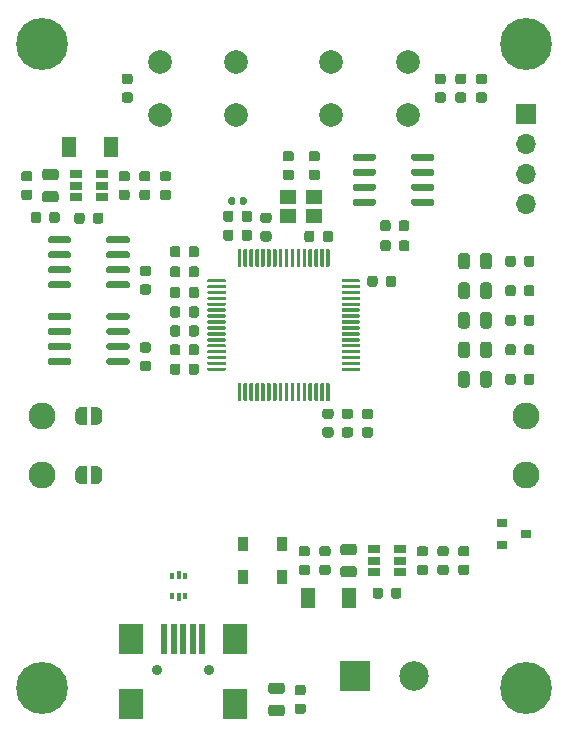
<source format=gbr>
%TF.GenerationSoftware,KiCad,Pcbnew,(5.1.6-0-10_14)*%
%TF.CreationDate,2021-02-05T00:28:22-08:00*%
%TF.ProjectId,version1,76657273-696f-46e3-912e-6b696361645f,rev?*%
%TF.SameCoordinates,Original*%
%TF.FileFunction,Soldermask,Top*%
%TF.FilePolarity,Negative*%
%FSLAX46Y46*%
G04 Gerber Fmt 4.6, Leading zero omitted, Abs format (unit mm)*
G04 Created by KiCad (PCBNEW (5.1.6-0-10_14)) date 2021-02-05 00:28:22*
%MOMM*%
%LPD*%
G01*
G04 APERTURE LIST*
%ADD10C,0.700000*%
%ADD11C,4.400000*%
%ADD12R,1.060000X0.650000*%
%ADD13R,0.900000X0.800000*%
%ADD14R,1.300000X1.700000*%
%ADD15R,1.400000X1.200000*%
%ADD16R,0.375000X0.500000*%
%ADD17R,0.300000X0.650000*%
%ADD18C,2.000000*%
%ADD19C,2.500000*%
%ADD20R,2.500000X2.500000*%
%ADD21R,0.900000X1.200000*%
%ADD22C,0.100000*%
%ADD23C,2.286000*%
%ADD24C,0.900000*%
%ADD25R,0.500000X2.500000*%
%ADD26R,2.000000X2.500000*%
%ADD27O,1.700000X1.700000*%
%ADD28R,1.700000X1.700000*%
G04 APERTURE END LIST*
D10*
%TO.C,H4*%
X145666726Y-52333274D03*
X144500000Y-51850000D03*
X143333274Y-52333274D03*
X142850000Y-53500000D03*
X143333274Y-54666726D03*
X144500000Y-55150000D03*
X145666726Y-54666726D03*
X146150000Y-53500000D03*
D11*
X144500000Y-53500000D03*
%TD*%
D10*
%TO.C,H3*%
X104666726Y-52333274D03*
X103500000Y-51850000D03*
X102333274Y-52333274D03*
X101850000Y-53500000D03*
X102333274Y-54666726D03*
X103500000Y-55150000D03*
X104666726Y-54666726D03*
X105150000Y-53500000D03*
D11*
X103500000Y-53500000D03*
%TD*%
D10*
%TO.C,H2*%
X104666726Y-106833274D03*
X103500000Y-106350000D03*
X102333274Y-106833274D03*
X101850000Y-108000000D03*
X102333274Y-109166726D03*
X103500000Y-109650000D03*
X104666726Y-109166726D03*
X105150000Y-108000000D03*
D11*
X103500000Y-108000000D03*
%TD*%
D10*
%TO.C,H1*%
X145666726Y-106833274D03*
X144500000Y-106350000D03*
X143333274Y-106833274D03*
X142850000Y-108000000D03*
X143333274Y-109166726D03*
X144500000Y-109650000D03*
X145666726Y-109166726D03*
X146150000Y-108000000D03*
D11*
X144500000Y-108000000D03*
%TD*%
D12*
%TO.C,U7*%
X106400000Y-65500000D03*
X106400000Y-66450000D03*
X106400000Y-64550000D03*
X108600000Y-64550000D03*
X108600000Y-65500000D03*
X108600000Y-66450000D03*
%TD*%
%TO.C,U4*%
X131650000Y-97250000D03*
X131650000Y-98200000D03*
X131650000Y-96300000D03*
X133850000Y-96300000D03*
X133850000Y-97250000D03*
X133850000Y-98200000D03*
%TD*%
%TO.C,R22*%
G36*
G01*
X122243750Y-69362500D02*
X122756250Y-69362500D01*
G75*
G02*
X122975000Y-69581250I0J-218750D01*
G01*
X122975000Y-70018750D01*
G75*
G02*
X122756250Y-70237500I-218750J0D01*
G01*
X122243750Y-70237500D01*
G75*
G02*
X122025000Y-70018750I0J218750D01*
G01*
X122025000Y-69581250D01*
G75*
G02*
X122243750Y-69362500I218750J0D01*
G01*
G37*
G36*
G01*
X122243750Y-67787500D02*
X122756250Y-67787500D01*
G75*
G02*
X122975000Y-68006250I0J-218750D01*
G01*
X122975000Y-68443750D01*
G75*
G02*
X122756250Y-68662500I-218750J0D01*
G01*
X122243750Y-68662500D01*
G75*
G02*
X122025000Y-68443750I0J218750D01*
G01*
X122025000Y-68006250D01*
G75*
G02*
X122243750Y-67787500I218750J0D01*
G01*
G37*
%TD*%
%TO.C,R21*%
G36*
G01*
X115250000Y-72543750D02*
X115250000Y-73056250D01*
G75*
G02*
X115031250Y-73275000I-218750J0D01*
G01*
X114593750Y-73275000D01*
G75*
G02*
X114375000Y-73056250I0J218750D01*
G01*
X114375000Y-72543750D01*
G75*
G02*
X114593750Y-72325000I218750J0D01*
G01*
X115031250Y-72325000D01*
G75*
G02*
X115250000Y-72543750I0J-218750D01*
G01*
G37*
G36*
G01*
X116825000Y-72543750D02*
X116825000Y-73056250D01*
G75*
G02*
X116606250Y-73275000I-218750J0D01*
G01*
X116168750Y-73275000D01*
G75*
G02*
X115950000Y-73056250I0J218750D01*
G01*
X115950000Y-72543750D01*
G75*
G02*
X116168750Y-72325000I218750J0D01*
G01*
X116606250Y-72325000D01*
G75*
G02*
X116825000Y-72543750I0J-218750D01*
G01*
G37*
%TD*%
%TO.C,R20*%
G36*
G01*
X115250000Y-70843750D02*
X115250000Y-71356250D01*
G75*
G02*
X115031250Y-71575000I-218750J0D01*
G01*
X114593750Y-71575000D01*
G75*
G02*
X114375000Y-71356250I0J218750D01*
G01*
X114375000Y-70843750D01*
G75*
G02*
X114593750Y-70625000I218750J0D01*
G01*
X115031250Y-70625000D01*
G75*
G02*
X115250000Y-70843750I0J-218750D01*
G01*
G37*
G36*
G01*
X116825000Y-70843750D02*
X116825000Y-71356250D01*
G75*
G02*
X116606250Y-71575000I-218750J0D01*
G01*
X116168750Y-71575000D01*
G75*
G02*
X115950000Y-71356250I0J218750D01*
G01*
X115950000Y-70843750D01*
G75*
G02*
X116168750Y-70625000I218750J0D01*
G01*
X116606250Y-70625000D01*
G75*
G02*
X116825000Y-70843750I0J-218750D01*
G01*
G37*
%TD*%
%TO.C,R19*%
G36*
G01*
X115950000Y-76456250D02*
X115950000Y-75943750D01*
G75*
G02*
X116168750Y-75725000I218750J0D01*
G01*
X116606250Y-75725000D01*
G75*
G02*
X116825000Y-75943750I0J-218750D01*
G01*
X116825000Y-76456250D01*
G75*
G02*
X116606250Y-76675000I-218750J0D01*
G01*
X116168750Y-76675000D01*
G75*
G02*
X115950000Y-76456250I0J218750D01*
G01*
G37*
G36*
G01*
X114375000Y-76456250D02*
X114375000Y-75943750D01*
G75*
G02*
X114593750Y-75725000I218750J0D01*
G01*
X115031250Y-75725000D01*
G75*
G02*
X115250000Y-75943750I0J-218750D01*
G01*
X115250000Y-76456250D01*
G75*
G02*
X115031250Y-76675000I-218750J0D01*
G01*
X114593750Y-76675000D01*
G75*
G02*
X114375000Y-76456250I0J218750D01*
G01*
G37*
%TD*%
%TO.C,R18*%
G36*
G01*
X115250000Y-77543750D02*
X115250000Y-78056250D01*
G75*
G02*
X115031250Y-78275000I-218750J0D01*
G01*
X114593750Y-78275000D01*
G75*
G02*
X114375000Y-78056250I0J218750D01*
G01*
X114375000Y-77543750D01*
G75*
G02*
X114593750Y-77325000I218750J0D01*
G01*
X115031250Y-77325000D01*
G75*
G02*
X115250000Y-77543750I0J-218750D01*
G01*
G37*
G36*
G01*
X116825000Y-77543750D02*
X116825000Y-78056250D01*
G75*
G02*
X116606250Y-78275000I-218750J0D01*
G01*
X116168750Y-78275000D01*
G75*
G02*
X115950000Y-78056250I0J218750D01*
G01*
X115950000Y-77543750D01*
G75*
G02*
X116168750Y-77325000I218750J0D01*
G01*
X116606250Y-77325000D01*
G75*
G02*
X116825000Y-77543750I0J-218750D01*
G01*
G37*
%TD*%
%TO.C,R17*%
G36*
G01*
X113743750Y-65850000D02*
X114256250Y-65850000D01*
G75*
G02*
X114475000Y-66068750I0J-218750D01*
G01*
X114475000Y-66506250D01*
G75*
G02*
X114256250Y-66725000I-218750J0D01*
G01*
X113743750Y-66725000D01*
G75*
G02*
X113525000Y-66506250I0J218750D01*
G01*
X113525000Y-66068750D01*
G75*
G02*
X113743750Y-65850000I218750J0D01*
G01*
G37*
G36*
G01*
X113743750Y-64275000D02*
X114256250Y-64275000D01*
G75*
G02*
X114475000Y-64493750I0J-218750D01*
G01*
X114475000Y-64931250D01*
G75*
G02*
X114256250Y-65150000I-218750J0D01*
G01*
X113743750Y-65150000D01*
G75*
G02*
X113525000Y-64931250I0J218750D01*
G01*
X113525000Y-64493750D01*
G75*
G02*
X113743750Y-64275000I218750J0D01*
G01*
G37*
%TD*%
%TO.C,R16*%
G36*
G01*
X112506250Y-65150000D02*
X111993750Y-65150000D01*
G75*
G02*
X111775000Y-64931250I0J218750D01*
G01*
X111775000Y-64493750D01*
G75*
G02*
X111993750Y-64275000I218750J0D01*
G01*
X112506250Y-64275000D01*
G75*
G02*
X112725000Y-64493750I0J-218750D01*
G01*
X112725000Y-64931250D01*
G75*
G02*
X112506250Y-65150000I-218750J0D01*
G01*
G37*
G36*
G01*
X112506250Y-66725000D02*
X111993750Y-66725000D01*
G75*
G02*
X111775000Y-66506250I0J218750D01*
G01*
X111775000Y-66068750D01*
G75*
G02*
X111993750Y-65850000I218750J0D01*
G01*
X112506250Y-65850000D01*
G75*
G02*
X112725000Y-66068750I0J-218750D01*
G01*
X112725000Y-66506250D01*
G75*
G02*
X112506250Y-66725000I-218750J0D01*
G01*
G37*
%TD*%
%TO.C,R15*%
G36*
G01*
X140493750Y-57600000D02*
X141006250Y-57600000D01*
G75*
G02*
X141225000Y-57818750I0J-218750D01*
G01*
X141225000Y-58256250D01*
G75*
G02*
X141006250Y-58475000I-218750J0D01*
G01*
X140493750Y-58475000D01*
G75*
G02*
X140275000Y-58256250I0J218750D01*
G01*
X140275000Y-57818750D01*
G75*
G02*
X140493750Y-57600000I218750J0D01*
G01*
G37*
G36*
G01*
X140493750Y-56025000D02*
X141006250Y-56025000D01*
G75*
G02*
X141225000Y-56243750I0J-218750D01*
G01*
X141225000Y-56681250D01*
G75*
G02*
X141006250Y-56900000I-218750J0D01*
G01*
X140493750Y-56900000D01*
G75*
G02*
X140275000Y-56681250I0J218750D01*
G01*
X140275000Y-56243750D01*
G75*
G02*
X140493750Y-56025000I218750J0D01*
G01*
G37*
%TD*%
%TO.C,R13*%
G36*
G01*
X137506250Y-56900000D02*
X136993750Y-56900000D01*
G75*
G02*
X136775000Y-56681250I0J218750D01*
G01*
X136775000Y-56243750D01*
G75*
G02*
X136993750Y-56025000I218750J0D01*
G01*
X137506250Y-56025000D01*
G75*
G02*
X137725000Y-56243750I0J-218750D01*
G01*
X137725000Y-56681250D01*
G75*
G02*
X137506250Y-56900000I-218750J0D01*
G01*
G37*
G36*
G01*
X137506250Y-58475000D02*
X136993750Y-58475000D01*
G75*
G02*
X136775000Y-58256250I0J218750D01*
G01*
X136775000Y-57818750D01*
G75*
G02*
X136993750Y-57600000I218750J0D01*
G01*
X137506250Y-57600000D01*
G75*
G02*
X137725000Y-57818750I0J-218750D01*
G01*
X137725000Y-58256250D01*
G75*
G02*
X137506250Y-58475000I-218750J0D01*
G01*
G37*
%TD*%
%TO.C,R11*%
G36*
G01*
X133062500Y-70343750D02*
X133062500Y-70856250D01*
G75*
G02*
X132843750Y-71075000I-218750J0D01*
G01*
X132406250Y-71075000D01*
G75*
G02*
X132187500Y-70856250I0J218750D01*
G01*
X132187500Y-70343750D01*
G75*
G02*
X132406250Y-70125000I218750J0D01*
G01*
X132843750Y-70125000D01*
G75*
G02*
X133062500Y-70343750I0J-218750D01*
G01*
G37*
G36*
G01*
X134637500Y-70343750D02*
X134637500Y-70856250D01*
G75*
G02*
X134418750Y-71075000I-218750J0D01*
G01*
X133981250Y-71075000D01*
G75*
G02*
X133762500Y-70856250I0J218750D01*
G01*
X133762500Y-70343750D01*
G75*
G02*
X133981250Y-70125000I218750J0D01*
G01*
X134418750Y-70125000D01*
G75*
G02*
X134637500Y-70343750I0J-218750D01*
G01*
G37*
%TD*%
%TO.C,R10*%
G36*
G01*
X133750000Y-69156250D02*
X133750000Y-68643750D01*
G75*
G02*
X133968750Y-68425000I218750J0D01*
G01*
X134406250Y-68425000D01*
G75*
G02*
X134625000Y-68643750I0J-218750D01*
G01*
X134625000Y-69156250D01*
G75*
G02*
X134406250Y-69375000I-218750J0D01*
G01*
X133968750Y-69375000D01*
G75*
G02*
X133750000Y-69156250I0J218750D01*
G01*
G37*
G36*
G01*
X132175000Y-69156250D02*
X132175000Y-68643750D01*
G75*
G02*
X132393750Y-68425000I218750J0D01*
G01*
X132831250Y-68425000D01*
G75*
G02*
X133050000Y-68643750I0J-218750D01*
G01*
X133050000Y-69156250D01*
G75*
G02*
X132831250Y-69375000I-218750J0D01*
G01*
X132393750Y-69375000D01*
G75*
G02*
X132175000Y-69156250I0J218750D01*
G01*
G37*
%TD*%
%TO.C,R9*%
G36*
G01*
X125656250Y-108650000D02*
X125143750Y-108650000D01*
G75*
G02*
X124925000Y-108431250I0J218750D01*
G01*
X124925000Y-107993750D01*
G75*
G02*
X125143750Y-107775000I218750J0D01*
G01*
X125656250Y-107775000D01*
G75*
G02*
X125875000Y-107993750I0J-218750D01*
G01*
X125875000Y-108431250D01*
G75*
G02*
X125656250Y-108650000I-218750J0D01*
G01*
G37*
G36*
G01*
X125656250Y-110225000D02*
X125143750Y-110225000D01*
G75*
G02*
X124925000Y-110006250I0J218750D01*
G01*
X124925000Y-109568750D01*
G75*
G02*
X125143750Y-109350000I218750J0D01*
G01*
X125656250Y-109350000D01*
G75*
G02*
X125875000Y-109568750I0J-218750D01*
G01*
X125875000Y-110006250D01*
G75*
G02*
X125656250Y-110225000I-218750J0D01*
G01*
G37*
%TD*%
%TO.C,R8*%
G36*
G01*
X143650000Y-81643750D02*
X143650000Y-82156250D01*
G75*
G02*
X143431250Y-82375000I-218750J0D01*
G01*
X142993750Y-82375000D01*
G75*
G02*
X142775000Y-82156250I0J218750D01*
G01*
X142775000Y-81643750D01*
G75*
G02*
X142993750Y-81425000I218750J0D01*
G01*
X143431250Y-81425000D01*
G75*
G02*
X143650000Y-81643750I0J-218750D01*
G01*
G37*
G36*
G01*
X145225000Y-81643750D02*
X145225000Y-82156250D01*
G75*
G02*
X145006250Y-82375000I-218750J0D01*
G01*
X144568750Y-82375000D01*
G75*
G02*
X144350000Y-82156250I0J218750D01*
G01*
X144350000Y-81643750D01*
G75*
G02*
X144568750Y-81425000I218750J0D01*
G01*
X145006250Y-81425000D01*
G75*
G02*
X145225000Y-81643750I0J-218750D01*
G01*
G37*
%TD*%
%TO.C,R7*%
G36*
G01*
X143650000Y-79143750D02*
X143650000Y-79656250D01*
G75*
G02*
X143431250Y-79875000I-218750J0D01*
G01*
X142993750Y-79875000D01*
G75*
G02*
X142775000Y-79656250I0J218750D01*
G01*
X142775000Y-79143750D01*
G75*
G02*
X142993750Y-78925000I218750J0D01*
G01*
X143431250Y-78925000D01*
G75*
G02*
X143650000Y-79143750I0J-218750D01*
G01*
G37*
G36*
G01*
X145225000Y-79143750D02*
X145225000Y-79656250D01*
G75*
G02*
X145006250Y-79875000I-218750J0D01*
G01*
X144568750Y-79875000D01*
G75*
G02*
X144350000Y-79656250I0J218750D01*
G01*
X144350000Y-79143750D01*
G75*
G02*
X144568750Y-78925000I218750J0D01*
G01*
X145006250Y-78925000D01*
G75*
G02*
X145225000Y-79143750I0J-218750D01*
G01*
G37*
%TD*%
%TO.C,R6*%
G36*
G01*
X143650000Y-76643750D02*
X143650000Y-77156250D01*
G75*
G02*
X143431250Y-77375000I-218750J0D01*
G01*
X142993750Y-77375000D01*
G75*
G02*
X142775000Y-77156250I0J218750D01*
G01*
X142775000Y-76643750D01*
G75*
G02*
X142993750Y-76425000I218750J0D01*
G01*
X143431250Y-76425000D01*
G75*
G02*
X143650000Y-76643750I0J-218750D01*
G01*
G37*
G36*
G01*
X145225000Y-76643750D02*
X145225000Y-77156250D01*
G75*
G02*
X145006250Y-77375000I-218750J0D01*
G01*
X144568750Y-77375000D01*
G75*
G02*
X144350000Y-77156250I0J218750D01*
G01*
X144350000Y-76643750D01*
G75*
G02*
X144568750Y-76425000I218750J0D01*
G01*
X145006250Y-76425000D01*
G75*
G02*
X145225000Y-76643750I0J-218750D01*
G01*
G37*
%TD*%
%TO.C,R5*%
G36*
G01*
X143650000Y-74143750D02*
X143650000Y-74656250D01*
G75*
G02*
X143431250Y-74875000I-218750J0D01*
G01*
X142993750Y-74875000D01*
G75*
G02*
X142775000Y-74656250I0J218750D01*
G01*
X142775000Y-74143750D01*
G75*
G02*
X142993750Y-73925000I218750J0D01*
G01*
X143431250Y-73925000D01*
G75*
G02*
X143650000Y-74143750I0J-218750D01*
G01*
G37*
G36*
G01*
X145225000Y-74143750D02*
X145225000Y-74656250D01*
G75*
G02*
X145006250Y-74875000I-218750J0D01*
G01*
X144568750Y-74875000D01*
G75*
G02*
X144350000Y-74656250I0J218750D01*
G01*
X144350000Y-74143750D01*
G75*
G02*
X144568750Y-73925000I218750J0D01*
G01*
X145006250Y-73925000D01*
G75*
G02*
X145225000Y-74143750I0J-218750D01*
G01*
G37*
%TD*%
%TO.C,R4*%
G36*
G01*
X143650000Y-71643750D02*
X143650000Y-72156250D01*
G75*
G02*
X143431250Y-72375000I-218750J0D01*
G01*
X142993750Y-72375000D01*
G75*
G02*
X142775000Y-72156250I0J218750D01*
G01*
X142775000Y-71643750D01*
G75*
G02*
X142993750Y-71425000I218750J0D01*
G01*
X143431250Y-71425000D01*
G75*
G02*
X143650000Y-71643750I0J-218750D01*
G01*
G37*
G36*
G01*
X145225000Y-71643750D02*
X145225000Y-72156250D01*
G75*
G02*
X145006250Y-72375000I-218750J0D01*
G01*
X144568750Y-72375000D01*
G75*
G02*
X144350000Y-72156250I0J218750D01*
G01*
X144350000Y-71643750D01*
G75*
G02*
X144568750Y-71425000I218750J0D01*
G01*
X145006250Y-71425000D01*
G75*
G02*
X145225000Y-71643750I0J-218750D01*
G01*
G37*
%TD*%
%TO.C,R3*%
G36*
G01*
X138993750Y-97600000D02*
X139506250Y-97600000D01*
G75*
G02*
X139725000Y-97818750I0J-218750D01*
G01*
X139725000Y-98256250D01*
G75*
G02*
X139506250Y-98475000I-218750J0D01*
G01*
X138993750Y-98475000D01*
G75*
G02*
X138775000Y-98256250I0J218750D01*
G01*
X138775000Y-97818750D01*
G75*
G02*
X138993750Y-97600000I218750J0D01*
G01*
G37*
G36*
G01*
X138993750Y-96025000D02*
X139506250Y-96025000D01*
G75*
G02*
X139725000Y-96243750I0J-218750D01*
G01*
X139725000Y-96681250D01*
G75*
G02*
X139506250Y-96900000I-218750J0D01*
G01*
X138993750Y-96900000D01*
G75*
G02*
X138775000Y-96681250I0J218750D01*
G01*
X138775000Y-96243750D01*
G75*
G02*
X138993750Y-96025000I218750J0D01*
G01*
G37*
%TD*%
%TO.C,R2*%
G36*
G01*
X137756250Y-96900000D02*
X137243750Y-96900000D01*
G75*
G02*
X137025000Y-96681250I0J218750D01*
G01*
X137025000Y-96243750D01*
G75*
G02*
X137243750Y-96025000I218750J0D01*
G01*
X137756250Y-96025000D01*
G75*
G02*
X137975000Y-96243750I0J-218750D01*
G01*
X137975000Y-96681250D01*
G75*
G02*
X137756250Y-96900000I-218750J0D01*
G01*
G37*
G36*
G01*
X137756250Y-98475000D02*
X137243750Y-98475000D01*
G75*
G02*
X137025000Y-98256250I0J218750D01*
G01*
X137025000Y-97818750D01*
G75*
G02*
X137243750Y-97600000I218750J0D01*
G01*
X137756250Y-97600000D01*
G75*
G02*
X137975000Y-97818750I0J-218750D01*
G01*
X137975000Y-98256250D01*
G75*
G02*
X137756250Y-98475000I-218750J0D01*
G01*
G37*
%TD*%
%TO.C,R1*%
G36*
G01*
X111006250Y-56900000D02*
X110493750Y-56900000D01*
G75*
G02*
X110275000Y-56681250I0J218750D01*
G01*
X110275000Y-56243750D01*
G75*
G02*
X110493750Y-56025000I218750J0D01*
G01*
X111006250Y-56025000D01*
G75*
G02*
X111225000Y-56243750I0J-218750D01*
G01*
X111225000Y-56681250D01*
G75*
G02*
X111006250Y-56900000I-218750J0D01*
G01*
G37*
G36*
G01*
X111006250Y-58475000D02*
X110493750Y-58475000D01*
G75*
G02*
X110275000Y-58256250I0J218750D01*
G01*
X110275000Y-57818750D01*
G75*
G02*
X110493750Y-57600000I218750J0D01*
G01*
X111006250Y-57600000D01*
G75*
G02*
X111225000Y-57818750I0J-218750D01*
G01*
X111225000Y-58256250D01*
G75*
G02*
X111006250Y-58475000I-218750J0D01*
G01*
G37*
%TD*%
D13*
%TO.C,Q1*%
X144500000Y-95000000D03*
X142500000Y-95950000D03*
X142500000Y-94050000D03*
%TD*%
%TO.C,L3*%
G36*
G01*
X104706250Y-65050000D02*
X103793750Y-65050000D01*
G75*
G02*
X103550000Y-64806250I0J243750D01*
G01*
X103550000Y-64318750D01*
G75*
G02*
X103793750Y-64075000I243750J0D01*
G01*
X104706250Y-64075000D01*
G75*
G02*
X104950000Y-64318750I0J-243750D01*
G01*
X104950000Y-64806250D01*
G75*
G02*
X104706250Y-65050000I-243750J0D01*
G01*
G37*
G36*
G01*
X104706250Y-66925000D02*
X103793750Y-66925000D01*
G75*
G02*
X103550000Y-66681250I0J243750D01*
G01*
X103550000Y-66193750D01*
G75*
G02*
X103793750Y-65950000I243750J0D01*
G01*
X104706250Y-65950000D01*
G75*
G02*
X104950000Y-66193750I0J-243750D01*
G01*
X104950000Y-66681250D01*
G75*
G02*
X104706250Y-66925000I-243750J0D01*
G01*
G37*
%TD*%
%TO.C,L2*%
G36*
G01*
X129956250Y-96800000D02*
X129043750Y-96800000D01*
G75*
G02*
X128800000Y-96556250I0J243750D01*
G01*
X128800000Y-96068750D01*
G75*
G02*
X129043750Y-95825000I243750J0D01*
G01*
X129956250Y-95825000D01*
G75*
G02*
X130200000Y-96068750I0J-243750D01*
G01*
X130200000Y-96556250D01*
G75*
G02*
X129956250Y-96800000I-243750J0D01*
G01*
G37*
G36*
G01*
X129956250Y-98675000D02*
X129043750Y-98675000D01*
G75*
G02*
X128800000Y-98431250I0J243750D01*
G01*
X128800000Y-97943750D01*
G75*
G02*
X129043750Y-97700000I243750J0D01*
G01*
X129956250Y-97700000D01*
G75*
G02*
X130200000Y-97943750I0J-243750D01*
G01*
X130200000Y-98431250D01*
G75*
G02*
X129956250Y-98675000I-243750J0D01*
G01*
G37*
%TD*%
D14*
%TO.C,D10*%
X109350000Y-62200000D03*
X105850000Y-62200000D03*
%TD*%
%TO.C,D9*%
G36*
G01*
X123856250Y-108550000D02*
X122943750Y-108550000D01*
G75*
G02*
X122700000Y-108306250I0J243750D01*
G01*
X122700000Y-107818750D01*
G75*
G02*
X122943750Y-107575000I243750J0D01*
G01*
X123856250Y-107575000D01*
G75*
G02*
X124100000Y-107818750I0J-243750D01*
G01*
X124100000Y-108306250D01*
G75*
G02*
X123856250Y-108550000I-243750J0D01*
G01*
G37*
G36*
G01*
X123856250Y-110425000D02*
X122943750Y-110425000D01*
G75*
G02*
X122700000Y-110181250I0J243750D01*
G01*
X122700000Y-109693750D01*
G75*
G02*
X122943750Y-109450000I243750J0D01*
G01*
X123856250Y-109450000D01*
G75*
G02*
X124100000Y-109693750I0J-243750D01*
G01*
X124100000Y-110181250D01*
G75*
G02*
X123856250Y-110425000I-243750J0D01*
G01*
G37*
%TD*%
%TO.C,D8*%
G36*
G01*
X139750000Y-81443750D02*
X139750000Y-82356250D01*
G75*
G02*
X139506250Y-82600000I-243750J0D01*
G01*
X139018750Y-82600000D01*
G75*
G02*
X138775000Y-82356250I0J243750D01*
G01*
X138775000Y-81443750D01*
G75*
G02*
X139018750Y-81200000I243750J0D01*
G01*
X139506250Y-81200000D01*
G75*
G02*
X139750000Y-81443750I0J-243750D01*
G01*
G37*
G36*
G01*
X141625000Y-81443750D02*
X141625000Y-82356250D01*
G75*
G02*
X141381250Y-82600000I-243750J0D01*
G01*
X140893750Y-82600000D01*
G75*
G02*
X140650000Y-82356250I0J243750D01*
G01*
X140650000Y-81443750D01*
G75*
G02*
X140893750Y-81200000I243750J0D01*
G01*
X141381250Y-81200000D01*
G75*
G02*
X141625000Y-81443750I0J-243750D01*
G01*
G37*
%TD*%
%TO.C,D7*%
G36*
G01*
X139750000Y-78943750D02*
X139750000Y-79856250D01*
G75*
G02*
X139506250Y-80100000I-243750J0D01*
G01*
X139018750Y-80100000D01*
G75*
G02*
X138775000Y-79856250I0J243750D01*
G01*
X138775000Y-78943750D01*
G75*
G02*
X139018750Y-78700000I243750J0D01*
G01*
X139506250Y-78700000D01*
G75*
G02*
X139750000Y-78943750I0J-243750D01*
G01*
G37*
G36*
G01*
X141625000Y-78943750D02*
X141625000Y-79856250D01*
G75*
G02*
X141381250Y-80100000I-243750J0D01*
G01*
X140893750Y-80100000D01*
G75*
G02*
X140650000Y-79856250I0J243750D01*
G01*
X140650000Y-78943750D01*
G75*
G02*
X140893750Y-78700000I243750J0D01*
G01*
X141381250Y-78700000D01*
G75*
G02*
X141625000Y-78943750I0J-243750D01*
G01*
G37*
%TD*%
%TO.C,D6*%
G36*
G01*
X139750000Y-76443750D02*
X139750000Y-77356250D01*
G75*
G02*
X139506250Y-77600000I-243750J0D01*
G01*
X139018750Y-77600000D01*
G75*
G02*
X138775000Y-77356250I0J243750D01*
G01*
X138775000Y-76443750D01*
G75*
G02*
X139018750Y-76200000I243750J0D01*
G01*
X139506250Y-76200000D01*
G75*
G02*
X139750000Y-76443750I0J-243750D01*
G01*
G37*
G36*
G01*
X141625000Y-76443750D02*
X141625000Y-77356250D01*
G75*
G02*
X141381250Y-77600000I-243750J0D01*
G01*
X140893750Y-77600000D01*
G75*
G02*
X140650000Y-77356250I0J243750D01*
G01*
X140650000Y-76443750D01*
G75*
G02*
X140893750Y-76200000I243750J0D01*
G01*
X141381250Y-76200000D01*
G75*
G02*
X141625000Y-76443750I0J-243750D01*
G01*
G37*
%TD*%
%TO.C,D5*%
G36*
G01*
X139750000Y-73943750D02*
X139750000Y-74856250D01*
G75*
G02*
X139506250Y-75100000I-243750J0D01*
G01*
X139018750Y-75100000D01*
G75*
G02*
X138775000Y-74856250I0J243750D01*
G01*
X138775000Y-73943750D01*
G75*
G02*
X139018750Y-73700000I243750J0D01*
G01*
X139506250Y-73700000D01*
G75*
G02*
X139750000Y-73943750I0J-243750D01*
G01*
G37*
G36*
G01*
X141625000Y-73943750D02*
X141625000Y-74856250D01*
G75*
G02*
X141381250Y-75100000I-243750J0D01*
G01*
X140893750Y-75100000D01*
G75*
G02*
X140650000Y-74856250I0J243750D01*
G01*
X140650000Y-73943750D01*
G75*
G02*
X140893750Y-73700000I243750J0D01*
G01*
X141381250Y-73700000D01*
G75*
G02*
X141625000Y-73943750I0J-243750D01*
G01*
G37*
%TD*%
%TO.C,D4*%
G36*
G01*
X139750000Y-71443750D02*
X139750000Y-72356250D01*
G75*
G02*
X139506250Y-72600000I-243750J0D01*
G01*
X139018750Y-72600000D01*
G75*
G02*
X138775000Y-72356250I0J243750D01*
G01*
X138775000Y-71443750D01*
G75*
G02*
X139018750Y-71200000I243750J0D01*
G01*
X139506250Y-71200000D01*
G75*
G02*
X139750000Y-71443750I0J-243750D01*
G01*
G37*
G36*
G01*
X141625000Y-71443750D02*
X141625000Y-72356250D01*
G75*
G02*
X141381250Y-72600000I-243750J0D01*
G01*
X140893750Y-72600000D01*
G75*
G02*
X140650000Y-72356250I0J243750D01*
G01*
X140650000Y-71443750D01*
G75*
G02*
X140893750Y-71200000I243750J0D01*
G01*
X141381250Y-71200000D01*
G75*
G02*
X141625000Y-71443750I0J-243750D01*
G01*
G37*
%TD*%
%TO.C,D3*%
X126050000Y-100400000D03*
X129550000Y-100400000D03*
%TD*%
%TO.C,C24*%
G36*
G01*
X104150000Y-68456250D02*
X104150000Y-67943750D01*
G75*
G02*
X104368750Y-67725000I218750J0D01*
G01*
X104806250Y-67725000D01*
G75*
G02*
X105025000Y-67943750I0J-218750D01*
G01*
X105025000Y-68456250D01*
G75*
G02*
X104806250Y-68675000I-218750J0D01*
G01*
X104368750Y-68675000D01*
G75*
G02*
X104150000Y-68456250I0J218750D01*
G01*
G37*
G36*
G01*
X102575000Y-68456250D02*
X102575000Y-67943750D01*
G75*
G02*
X102793750Y-67725000I218750J0D01*
G01*
X103231250Y-67725000D01*
G75*
G02*
X103450000Y-67943750I0J-218750D01*
G01*
X103450000Y-68456250D01*
G75*
G02*
X103231250Y-68675000I-218750J0D01*
G01*
X102793750Y-68675000D01*
G75*
G02*
X102575000Y-68456250I0J218750D01*
G01*
G37*
%TD*%
%TO.C,C23*%
G36*
G01*
X125493750Y-97600000D02*
X126006250Y-97600000D01*
G75*
G02*
X126225000Y-97818750I0J-218750D01*
G01*
X126225000Y-98256250D01*
G75*
G02*
X126006250Y-98475000I-218750J0D01*
G01*
X125493750Y-98475000D01*
G75*
G02*
X125275000Y-98256250I0J218750D01*
G01*
X125275000Y-97818750D01*
G75*
G02*
X125493750Y-97600000I218750J0D01*
G01*
G37*
G36*
G01*
X125493750Y-96025000D02*
X126006250Y-96025000D01*
G75*
G02*
X126225000Y-96243750I0J-218750D01*
G01*
X126225000Y-96681250D01*
G75*
G02*
X126006250Y-96900000I-218750J0D01*
G01*
X125493750Y-96900000D01*
G75*
G02*
X125275000Y-96681250I0J218750D01*
G01*
X125275000Y-96243750D01*
G75*
G02*
X125493750Y-96025000I218750J0D01*
G01*
G37*
%TD*%
%TO.C,C22*%
G36*
G01*
X101993750Y-65850000D02*
X102506250Y-65850000D01*
G75*
G02*
X102725000Y-66068750I0J-218750D01*
G01*
X102725000Y-66506250D01*
G75*
G02*
X102506250Y-66725000I-218750J0D01*
G01*
X101993750Y-66725000D01*
G75*
G02*
X101775000Y-66506250I0J218750D01*
G01*
X101775000Y-66068750D01*
G75*
G02*
X101993750Y-65850000I218750J0D01*
G01*
G37*
G36*
G01*
X101993750Y-64275000D02*
X102506250Y-64275000D01*
G75*
G02*
X102725000Y-64493750I0J-218750D01*
G01*
X102725000Y-64931250D01*
G75*
G02*
X102506250Y-65150000I-218750J0D01*
G01*
X101993750Y-65150000D01*
G75*
G02*
X101775000Y-64931250I0J218750D01*
G01*
X101775000Y-64493750D01*
G75*
G02*
X101993750Y-64275000I218750J0D01*
G01*
G37*
%TD*%
%TO.C,C21*%
G36*
G01*
X107150000Y-67993750D02*
X107150000Y-68506250D01*
G75*
G02*
X106931250Y-68725000I-218750J0D01*
G01*
X106493750Y-68725000D01*
G75*
G02*
X106275000Y-68506250I0J218750D01*
G01*
X106275000Y-67993750D01*
G75*
G02*
X106493750Y-67775000I218750J0D01*
G01*
X106931250Y-67775000D01*
G75*
G02*
X107150000Y-67993750I0J-218750D01*
G01*
G37*
G36*
G01*
X108725000Y-67993750D02*
X108725000Y-68506250D01*
G75*
G02*
X108506250Y-68725000I-218750J0D01*
G01*
X108068750Y-68725000D01*
G75*
G02*
X107850000Y-68506250I0J218750D01*
G01*
X107850000Y-67993750D01*
G75*
G02*
X108068750Y-67775000I218750J0D01*
G01*
X108506250Y-67775000D01*
G75*
G02*
X108725000Y-67993750I0J-218750D01*
G01*
G37*
%TD*%
%TO.C,C20*%
G36*
G01*
X110243750Y-65850000D02*
X110756250Y-65850000D01*
G75*
G02*
X110975000Y-66068750I0J-218750D01*
G01*
X110975000Y-66506250D01*
G75*
G02*
X110756250Y-66725000I-218750J0D01*
G01*
X110243750Y-66725000D01*
G75*
G02*
X110025000Y-66506250I0J218750D01*
G01*
X110025000Y-66068750D01*
G75*
G02*
X110243750Y-65850000I218750J0D01*
G01*
G37*
G36*
G01*
X110243750Y-64275000D02*
X110756250Y-64275000D01*
G75*
G02*
X110975000Y-64493750I0J-218750D01*
G01*
X110975000Y-64931250D01*
G75*
G02*
X110756250Y-65150000I-218750J0D01*
G01*
X110243750Y-65150000D01*
G75*
G02*
X110025000Y-64931250I0J218750D01*
G01*
X110025000Y-64493750D01*
G75*
G02*
X110243750Y-64275000I218750J0D01*
G01*
G37*
%TD*%
%TO.C,C19*%
G36*
G01*
X135493750Y-97600000D02*
X136006250Y-97600000D01*
G75*
G02*
X136225000Y-97818750I0J-218750D01*
G01*
X136225000Y-98256250D01*
G75*
G02*
X136006250Y-98475000I-218750J0D01*
G01*
X135493750Y-98475000D01*
G75*
G02*
X135275000Y-98256250I0J218750D01*
G01*
X135275000Y-97818750D01*
G75*
G02*
X135493750Y-97600000I218750J0D01*
G01*
G37*
G36*
G01*
X135493750Y-96025000D02*
X136006250Y-96025000D01*
G75*
G02*
X136225000Y-96243750I0J-218750D01*
G01*
X136225000Y-96681250D01*
G75*
G02*
X136006250Y-96900000I-218750J0D01*
G01*
X135493750Y-96900000D01*
G75*
G02*
X135275000Y-96681250I0J218750D01*
G01*
X135275000Y-96243750D01*
G75*
G02*
X135493750Y-96025000I218750J0D01*
G01*
G37*
%TD*%
%TO.C,C18*%
G36*
G01*
X139256250Y-56900000D02*
X138743750Y-56900000D01*
G75*
G02*
X138525000Y-56681250I0J218750D01*
G01*
X138525000Y-56243750D01*
G75*
G02*
X138743750Y-56025000I218750J0D01*
G01*
X139256250Y-56025000D01*
G75*
G02*
X139475000Y-56243750I0J-218750D01*
G01*
X139475000Y-56681250D01*
G75*
G02*
X139256250Y-56900000I-218750J0D01*
G01*
G37*
G36*
G01*
X139256250Y-58475000D02*
X138743750Y-58475000D01*
G75*
G02*
X138525000Y-58256250I0J218750D01*
G01*
X138525000Y-57818750D01*
G75*
G02*
X138743750Y-57600000I218750J0D01*
G01*
X139256250Y-57600000D01*
G75*
G02*
X139475000Y-57818750I0J-218750D01*
G01*
X139475000Y-58256250D01*
G75*
G02*
X139256250Y-58475000I-218750J0D01*
G01*
G37*
%TD*%
%TO.C,C16*%
G36*
G01*
X127243750Y-97600000D02*
X127756250Y-97600000D01*
G75*
G02*
X127975000Y-97818750I0J-218750D01*
G01*
X127975000Y-98256250D01*
G75*
G02*
X127756250Y-98475000I-218750J0D01*
G01*
X127243750Y-98475000D01*
G75*
G02*
X127025000Y-98256250I0J218750D01*
G01*
X127025000Y-97818750D01*
G75*
G02*
X127243750Y-97600000I218750J0D01*
G01*
G37*
G36*
G01*
X127243750Y-96025000D02*
X127756250Y-96025000D01*
G75*
G02*
X127975000Y-96243750I0J-218750D01*
G01*
X127975000Y-96681250D01*
G75*
G02*
X127756250Y-96900000I-218750J0D01*
G01*
X127243750Y-96900000D01*
G75*
G02*
X127025000Y-96681250I0J218750D01*
G01*
X127025000Y-96243750D01*
G75*
G02*
X127243750Y-96025000I218750J0D01*
G01*
G37*
%TD*%
%TO.C,C15*%
G36*
G01*
X132400000Y-99743750D02*
X132400000Y-100256250D01*
G75*
G02*
X132181250Y-100475000I-218750J0D01*
G01*
X131743750Y-100475000D01*
G75*
G02*
X131525000Y-100256250I0J218750D01*
G01*
X131525000Y-99743750D01*
G75*
G02*
X131743750Y-99525000I218750J0D01*
G01*
X132181250Y-99525000D01*
G75*
G02*
X132400000Y-99743750I0J-218750D01*
G01*
G37*
G36*
G01*
X133975000Y-99743750D02*
X133975000Y-100256250D01*
G75*
G02*
X133756250Y-100475000I-218750J0D01*
G01*
X133318750Y-100475000D01*
G75*
G02*
X133100000Y-100256250I0J218750D01*
G01*
X133100000Y-99743750D01*
G75*
G02*
X133318750Y-99525000I218750J0D01*
G01*
X133756250Y-99525000D01*
G75*
G02*
X133975000Y-99743750I0J-218750D01*
G01*
G37*
%TD*%
%TO.C,C14*%
G36*
G01*
X119750000Y-67843750D02*
X119750000Y-68356250D01*
G75*
G02*
X119531250Y-68575000I-218750J0D01*
G01*
X119093750Y-68575000D01*
G75*
G02*
X118875000Y-68356250I0J218750D01*
G01*
X118875000Y-67843750D01*
G75*
G02*
X119093750Y-67625000I218750J0D01*
G01*
X119531250Y-67625000D01*
G75*
G02*
X119750000Y-67843750I0J-218750D01*
G01*
G37*
G36*
G01*
X121325000Y-67843750D02*
X121325000Y-68356250D01*
G75*
G02*
X121106250Y-68575000I-218750J0D01*
G01*
X120668750Y-68575000D01*
G75*
G02*
X120450000Y-68356250I0J218750D01*
G01*
X120450000Y-67843750D01*
G75*
G02*
X120668750Y-67625000I218750J0D01*
G01*
X121106250Y-67625000D01*
G75*
G02*
X121325000Y-67843750I0J-218750D01*
G01*
G37*
%TD*%
%TO.C,C13*%
G36*
G01*
X126612500Y-69543750D02*
X126612500Y-70056250D01*
G75*
G02*
X126393750Y-70275000I-218750J0D01*
G01*
X125956250Y-70275000D01*
G75*
G02*
X125737500Y-70056250I0J218750D01*
G01*
X125737500Y-69543750D01*
G75*
G02*
X125956250Y-69325000I218750J0D01*
G01*
X126393750Y-69325000D01*
G75*
G02*
X126612500Y-69543750I0J-218750D01*
G01*
G37*
G36*
G01*
X128187500Y-69543750D02*
X128187500Y-70056250D01*
G75*
G02*
X127968750Y-70275000I-218750J0D01*
G01*
X127531250Y-70275000D01*
G75*
G02*
X127312500Y-70056250I0J218750D01*
G01*
X127312500Y-69543750D01*
G75*
G02*
X127531250Y-69325000I218750J0D01*
G01*
X127968750Y-69325000D01*
G75*
G02*
X128187500Y-69543750I0J-218750D01*
G01*
G37*
%TD*%
%TO.C,C12*%
G36*
G01*
X127493750Y-85950000D02*
X128006250Y-85950000D01*
G75*
G02*
X128225000Y-86168750I0J-218750D01*
G01*
X128225000Y-86606250D01*
G75*
G02*
X128006250Y-86825000I-218750J0D01*
G01*
X127493750Y-86825000D01*
G75*
G02*
X127275000Y-86606250I0J218750D01*
G01*
X127275000Y-86168750D01*
G75*
G02*
X127493750Y-85950000I218750J0D01*
G01*
G37*
G36*
G01*
X127493750Y-84375000D02*
X128006250Y-84375000D01*
G75*
G02*
X128225000Y-84593750I0J-218750D01*
G01*
X128225000Y-85031250D01*
G75*
G02*
X128006250Y-85250000I-218750J0D01*
G01*
X127493750Y-85250000D01*
G75*
G02*
X127275000Y-85031250I0J218750D01*
G01*
X127275000Y-84593750D01*
G75*
G02*
X127493750Y-84375000I218750J0D01*
G01*
G37*
%TD*%
%TO.C,C11*%
G36*
G01*
X124656250Y-63450000D02*
X124143750Y-63450000D01*
G75*
G02*
X123925000Y-63231250I0J218750D01*
G01*
X123925000Y-62793750D01*
G75*
G02*
X124143750Y-62575000I218750J0D01*
G01*
X124656250Y-62575000D01*
G75*
G02*
X124875000Y-62793750I0J-218750D01*
G01*
X124875000Y-63231250D01*
G75*
G02*
X124656250Y-63450000I-218750J0D01*
G01*
G37*
G36*
G01*
X124656250Y-65025000D02*
X124143750Y-65025000D01*
G75*
G02*
X123925000Y-64806250I0J218750D01*
G01*
X123925000Y-64368750D01*
G75*
G02*
X124143750Y-64150000I218750J0D01*
G01*
X124656250Y-64150000D01*
G75*
G02*
X124875000Y-64368750I0J-218750D01*
G01*
X124875000Y-64806250D01*
G75*
G02*
X124656250Y-65025000I-218750J0D01*
G01*
G37*
%TD*%
%TO.C,C10*%
G36*
G01*
X119750000Y-69443750D02*
X119750000Y-69956250D01*
G75*
G02*
X119531250Y-70175000I-218750J0D01*
G01*
X119093750Y-70175000D01*
G75*
G02*
X118875000Y-69956250I0J218750D01*
G01*
X118875000Y-69443750D01*
G75*
G02*
X119093750Y-69225000I218750J0D01*
G01*
X119531250Y-69225000D01*
G75*
G02*
X119750000Y-69443750I0J-218750D01*
G01*
G37*
G36*
G01*
X121325000Y-69443750D02*
X121325000Y-69956250D01*
G75*
G02*
X121106250Y-70175000I-218750J0D01*
G01*
X120668750Y-70175000D01*
G75*
G02*
X120450000Y-69956250I0J218750D01*
G01*
X120450000Y-69443750D01*
G75*
G02*
X120668750Y-69225000I218750J0D01*
G01*
X121106250Y-69225000D01*
G75*
G02*
X121325000Y-69443750I0J-218750D01*
G01*
G37*
%TD*%
%TO.C,C9*%
G36*
G01*
X115250000Y-74293750D02*
X115250000Y-74806250D01*
G75*
G02*
X115031250Y-75025000I-218750J0D01*
G01*
X114593750Y-75025000D01*
G75*
G02*
X114375000Y-74806250I0J218750D01*
G01*
X114375000Y-74293750D01*
G75*
G02*
X114593750Y-74075000I218750J0D01*
G01*
X115031250Y-74075000D01*
G75*
G02*
X115250000Y-74293750I0J-218750D01*
G01*
G37*
G36*
G01*
X116825000Y-74293750D02*
X116825000Y-74806250D01*
G75*
G02*
X116606250Y-75025000I-218750J0D01*
G01*
X116168750Y-75025000D01*
G75*
G02*
X115950000Y-74806250I0J218750D01*
G01*
X115950000Y-74293750D01*
G75*
G02*
X116168750Y-74075000I218750J0D01*
G01*
X116606250Y-74075000D01*
G75*
G02*
X116825000Y-74293750I0J-218750D01*
G01*
G37*
%TD*%
%TO.C,C8*%
G36*
G01*
X132650000Y-73856250D02*
X132650000Y-73343750D01*
G75*
G02*
X132868750Y-73125000I218750J0D01*
G01*
X133306250Y-73125000D01*
G75*
G02*
X133525000Y-73343750I0J-218750D01*
G01*
X133525000Y-73856250D01*
G75*
G02*
X133306250Y-74075000I-218750J0D01*
G01*
X132868750Y-74075000D01*
G75*
G02*
X132650000Y-73856250I0J218750D01*
G01*
G37*
G36*
G01*
X131075000Y-73856250D02*
X131075000Y-73343750D01*
G75*
G02*
X131293750Y-73125000I218750J0D01*
G01*
X131731250Y-73125000D01*
G75*
G02*
X131950000Y-73343750I0J-218750D01*
G01*
X131950000Y-73856250D01*
G75*
G02*
X131731250Y-74075000I-218750J0D01*
G01*
X131293750Y-74075000D01*
G75*
G02*
X131075000Y-73856250I0J218750D01*
G01*
G37*
%TD*%
%TO.C,C7*%
G36*
G01*
X126856250Y-63450000D02*
X126343750Y-63450000D01*
G75*
G02*
X126125000Y-63231250I0J218750D01*
G01*
X126125000Y-62793750D01*
G75*
G02*
X126343750Y-62575000I218750J0D01*
G01*
X126856250Y-62575000D01*
G75*
G02*
X127075000Y-62793750I0J-218750D01*
G01*
X127075000Y-63231250D01*
G75*
G02*
X126856250Y-63450000I-218750J0D01*
G01*
G37*
G36*
G01*
X126856250Y-65025000D02*
X126343750Y-65025000D01*
G75*
G02*
X126125000Y-64806250I0J218750D01*
G01*
X126125000Y-64368750D01*
G75*
G02*
X126343750Y-64150000I218750J0D01*
G01*
X126856250Y-64150000D01*
G75*
G02*
X127075000Y-64368750I0J-218750D01*
G01*
X127075000Y-64806250D01*
G75*
G02*
X126856250Y-65025000I-218750J0D01*
G01*
G37*
%TD*%
%TO.C,C6*%
G36*
G01*
X115250000Y-80793750D02*
X115250000Y-81306250D01*
G75*
G02*
X115031250Y-81525000I-218750J0D01*
G01*
X114593750Y-81525000D01*
G75*
G02*
X114375000Y-81306250I0J218750D01*
G01*
X114375000Y-80793750D01*
G75*
G02*
X114593750Y-80575000I218750J0D01*
G01*
X115031250Y-80575000D01*
G75*
G02*
X115250000Y-80793750I0J-218750D01*
G01*
G37*
G36*
G01*
X116825000Y-80793750D02*
X116825000Y-81306250D01*
G75*
G02*
X116606250Y-81525000I-218750J0D01*
G01*
X116168750Y-81525000D01*
G75*
G02*
X115950000Y-81306250I0J218750D01*
G01*
X115950000Y-80793750D01*
G75*
G02*
X116168750Y-80575000I218750J0D01*
G01*
X116606250Y-80575000D01*
G75*
G02*
X116825000Y-80793750I0J-218750D01*
G01*
G37*
%TD*%
%TO.C,C5*%
G36*
G01*
X129143750Y-85950000D02*
X129656250Y-85950000D01*
G75*
G02*
X129875000Y-86168750I0J-218750D01*
G01*
X129875000Y-86606250D01*
G75*
G02*
X129656250Y-86825000I-218750J0D01*
G01*
X129143750Y-86825000D01*
G75*
G02*
X128925000Y-86606250I0J218750D01*
G01*
X128925000Y-86168750D01*
G75*
G02*
X129143750Y-85950000I218750J0D01*
G01*
G37*
G36*
G01*
X129143750Y-84375000D02*
X129656250Y-84375000D01*
G75*
G02*
X129875000Y-84593750I0J-218750D01*
G01*
X129875000Y-85031250D01*
G75*
G02*
X129656250Y-85250000I-218750J0D01*
G01*
X129143750Y-85250000D01*
G75*
G02*
X128925000Y-85031250I0J218750D01*
G01*
X128925000Y-84593750D01*
G75*
G02*
X129143750Y-84375000I218750J0D01*
G01*
G37*
%TD*%
%TO.C,C4*%
G36*
G01*
X112043750Y-73850000D02*
X112556250Y-73850000D01*
G75*
G02*
X112775000Y-74068750I0J-218750D01*
G01*
X112775000Y-74506250D01*
G75*
G02*
X112556250Y-74725000I-218750J0D01*
G01*
X112043750Y-74725000D01*
G75*
G02*
X111825000Y-74506250I0J218750D01*
G01*
X111825000Y-74068750D01*
G75*
G02*
X112043750Y-73850000I218750J0D01*
G01*
G37*
G36*
G01*
X112043750Y-72275000D02*
X112556250Y-72275000D01*
G75*
G02*
X112775000Y-72493750I0J-218750D01*
G01*
X112775000Y-72931250D01*
G75*
G02*
X112556250Y-73150000I-218750J0D01*
G01*
X112043750Y-73150000D01*
G75*
G02*
X111825000Y-72931250I0J218750D01*
G01*
X111825000Y-72493750D01*
G75*
G02*
X112043750Y-72275000I218750J0D01*
G01*
G37*
%TD*%
%TO.C,C3*%
G36*
G01*
X112043750Y-80337500D02*
X112556250Y-80337500D01*
G75*
G02*
X112775000Y-80556250I0J-218750D01*
G01*
X112775000Y-80993750D01*
G75*
G02*
X112556250Y-81212500I-218750J0D01*
G01*
X112043750Y-81212500D01*
G75*
G02*
X111825000Y-80993750I0J218750D01*
G01*
X111825000Y-80556250D01*
G75*
G02*
X112043750Y-80337500I218750J0D01*
G01*
G37*
G36*
G01*
X112043750Y-78762500D02*
X112556250Y-78762500D01*
G75*
G02*
X112775000Y-78981250I0J-218750D01*
G01*
X112775000Y-79418750D01*
G75*
G02*
X112556250Y-79637500I-218750J0D01*
G01*
X112043750Y-79637500D01*
G75*
G02*
X111825000Y-79418750I0J218750D01*
G01*
X111825000Y-78981250D01*
G75*
G02*
X112043750Y-78762500I218750J0D01*
G01*
G37*
%TD*%
%TO.C,C2*%
G36*
G01*
X130843750Y-85950000D02*
X131356250Y-85950000D01*
G75*
G02*
X131575000Y-86168750I0J-218750D01*
G01*
X131575000Y-86606250D01*
G75*
G02*
X131356250Y-86825000I-218750J0D01*
G01*
X130843750Y-86825000D01*
G75*
G02*
X130625000Y-86606250I0J218750D01*
G01*
X130625000Y-86168750D01*
G75*
G02*
X130843750Y-85950000I218750J0D01*
G01*
G37*
G36*
G01*
X130843750Y-84375000D02*
X131356250Y-84375000D01*
G75*
G02*
X131575000Y-84593750I0J-218750D01*
G01*
X131575000Y-85031250D01*
G75*
G02*
X131356250Y-85250000I-218750J0D01*
G01*
X130843750Y-85250000D01*
G75*
G02*
X130625000Y-85031250I0J218750D01*
G01*
X130625000Y-84593750D01*
G75*
G02*
X130843750Y-84375000I218750J0D01*
G01*
G37*
%TD*%
%TO.C,C1*%
G36*
G01*
X115250000Y-79143750D02*
X115250000Y-79656250D01*
G75*
G02*
X115031250Y-79875000I-218750J0D01*
G01*
X114593750Y-79875000D01*
G75*
G02*
X114375000Y-79656250I0J218750D01*
G01*
X114375000Y-79143750D01*
G75*
G02*
X114593750Y-78925000I218750J0D01*
G01*
X115031250Y-78925000D01*
G75*
G02*
X115250000Y-79143750I0J-218750D01*
G01*
G37*
G36*
G01*
X116825000Y-79143750D02*
X116825000Y-79656250D01*
G75*
G02*
X116606250Y-79875000I-218750J0D01*
G01*
X116168750Y-79875000D01*
G75*
G02*
X115950000Y-79656250I0J218750D01*
G01*
X115950000Y-79143750D01*
G75*
G02*
X116168750Y-78925000I218750J0D01*
G01*
X116606250Y-78925000D01*
G75*
G02*
X116825000Y-79143750I0J-218750D01*
G01*
G37*
%TD*%
D15*
%TO.C,Y1*%
X126600000Y-68100000D03*
X124400000Y-68100000D03*
X124400000Y-66500000D03*
X126600000Y-66500000D03*
%TD*%
D16*
%TO.C,U6*%
X114562500Y-98550000D03*
X115637500Y-98550000D03*
D17*
X115100000Y-100325000D03*
X115100000Y-98475000D03*
D16*
X115637500Y-100250000D03*
X114562500Y-100250000D03*
%TD*%
%TO.C,U5*%
G36*
G01*
X134800000Y-63245000D02*
X134800000Y-62945000D01*
G75*
G02*
X134950000Y-62795000I150000J0D01*
G01*
X136600000Y-62795000D01*
G75*
G02*
X136750000Y-62945000I0J-150000D01*
G01*
X136750000Y-63245000D01*
G75*
G02*
X136600000Y-63395000I-150000J0D01*
G01*
X134950000Y-63395000D01*
G75*
G02*
X134800000Y-63245000I0J150000D01*
G01*
G37*
G36*
G01*
X134800000Y-64515000D02*
X134800000Y-64215000D01*
G75*
G02*
X134950000Y-64065000I150000J0D01*
G01*
X136600000Y-64065000D01*
G75*
G02*
X136750000Y-64215000I0J-150000D01*
G01*
X136750000Y-64515000D01*
G75*
G02*
X136600000Y-64665000I-150000J0D01*
G01*
X134950000Y-64665000D01*
G75*
G02*
X134800000Y-64515000I0J150000D01*
G01*
G37*
G36*
G01*
X134800000Y-65785000D02*
X134800000Y-65485000D01*
G75*
G02*
X134950000Y-65335000I150000J0D01*
G01*
X136600000Y-65335000D01*
G75*
G02*
X136750000Y-65485000I0J-150000D01*
G01*
X136750000Y-65785000D01*
G75*
G02*
X136600000Y-65935000I-150000J0D01*
G01*
X134950000Y-65935000D01*
G75*
G02*
X134800000Y-65785000I0J150000D01*
G01*
G37*
G36*
G01*
X134800000Y-67055000D02*
X134800000Y-66755000D01*
G75*
G02*
X134950000Y-66605000I150000J0D01*
G01*
X136600000Y-66605000D01*
G75*
G02*
X136750000Y-66755000I0J-150000D01*
G01*
X136750000Y-67055000D01*
G75*
G02*
X136600000Y-67205000I-150000J0D01*
G01*
X134950000Y-67205000D01*
G75*
G02*
X134800000Y-67055000I0J150000D01*
G01*
G37*
G36*
G01*
X129850000Y-67055000D02*
X129850000Y-66755000D01*
G75*
G02*
X130000000Y-66605000I150000J0D01*
G01*
X131650000Y-66605000D01*
G75*
G02*
X131800000Y-66755000I0J-150000D01*
G01*
X131800000Y-67055000D01*
G75*
G02*
X131650000Y-67205000I-150000J0D01*
G01*
X130000000Y-67205000D01*
G75*
G02*
X129850000Y-67055000I0J150000D01*
G01*
G37*
G36*
G01*
X129850000Y-65785000D02*
X129850000Y-65485000D01*
G75*
G02*
X130000000Y-65335000I150000J0D01*
G01*
X131650000Y-65335000D01*
G75*
G02*
X131800000Y-65485000I0J-150000D01*
G01*
X131800000Y-65785000D01*
G75*
G02*
X131650000Y-65935000I-150000J0D01*
G01*
X130000000Y-65935000D01*
G75*
G02*
X129850000Y-65785000I0J150000D01*
G01*
G37*
G36*
G01*
X129850000Y-64515000D02*
X129850000Y-64215000D01*
G75*
G02*
X130000000Y-64065000I150000J0D01*
G01*
X131650000Y-64065000D01*
G75*
G02*
X131800000Y-64215000I0J-150000D01*
G01*
X131800000Y-64515000D01*
G75*
G02*
X131650000Y-64665000I-150000J0D01*
G01*
X130000000Y-64665000D01*
G75*
G02*
X129850000Y-64515000I0J150000D01*
G01*
G37*
G36*
G01*
X129850000Y-63245000D02*
X129850000Y-62945000D01*
G75*
G02*
X130000000Y-62795000I150000J0D01*
G01*
X131650000Y-62795000D01*
G75*
G02*
X131800000Y-62945000I0J-150000D01*
G01*
X131800000Y-63245000D01*
G75*
G02*
X131650000Y-63395000I-150000J0D01*
G01*
X130000000Y-63395000D01*
G75*
G02*
X129850000Y-63245000I0J150000D01*
G01*
G37*
%TD*%
%TO.C,U3*%
G36*
G01*
X109000000Y-70245000D02*
X109000000Y-69945000D01*
G75*
G02*
X109150000Y-69795000I150000J0D01*
G01*
X110800000Y-69795000D01*
G75*
G02*
X110950000Y-69945000I0J-150000D01*
G01*
X110950000Y-70245000D01*
G75*
G02*
X110800000Y-70395000I-150000J0D01*
G01*
X109150000Y-70395000D01*
G75*
G02*
X109000000Y-70245000I0J150000D01*
G01*
G37*
G36*
G01*
X109000000Y-71515000D02*
X109000000Y-71215000D01*
G75*
G02*
X109150000Y-71065000I150000J0D01*
G01*
X110800000Y-71065000D01*
G75*
G02*
X110950000Y-71215000I0J-150000D01*
G01*
X110950000Y-71515000D01*
G75*
G02*
X110800000Y-71665000I-150000J0D01*
G01*
X109150000Y-71665000D01*
G75*
G02*
X109000000Y-71515000I0J150000D01*
G01*
G37*
G36*
G01*
X109000000Y-72785000D02*
X109000000Y-72485000D01*
G75*
G02*
X109150000Y-72335000I150000J0D01*
G01*
X110800000Y-72335000D01*
G75*
G02*
X110950000Y-72485000I0J-150000D01*
G01*
X110950000Y-72785000D01*
G75*
G02*
X110800000Y-72935000I-150000J0D01*
G01*
X109150000Y-72935000D01*
G75*
G02*
X109000000Y-72785000I0J150000D01*
G01*
G37*
G36*
G01*
X109000000Y-74055000D02*
X109000000Y-73755000D01*
G75*
G02*
X109150000Y-73605000I150000J0D01*
G01*
X110800000Y-73605000D01*
G75*
G02*
X110950000Y-73755000I0J-150000D01*
G01*
X110950000Y-74055000D01*
G75*
G02*
X110800000Y-74205000I-150000J0D01*
G01*
X109150000Y-74205000D01*
G75*
G02*
X109000000Y-74055000I0J150000D01*
G01*
G37*
G36*
G01*
X104050000Y-74055000D02*
X104050000Y-73755000D01*
G75*
G02*
X104200000Y-73605000I150000J0D01*
G01*
X105850000Y-73605000D01*
G75*
G02*
X106000000Y-73755000I0J-150000D01*
G01*
X106000000Y-74055000D01*
G75*
G02*
X105850000Y-74205000I-150000J0D01*
G01*
X104200000Y-74205000D01*
G75*
G02*
X104050000Y-74055000I0J150000D01*
G01*
G37*
G36*
G01*
X104050000Y-72785000D02*
X104050000Y-72485000D01*
G75*
G02*
X104200000Y-72335000I150000J0D01*
G01*
X105850000Y-72335000D01*
G75*
G02*
X106000000Y-72485000I0J-150000D01*
G01*
X106000000Y-72785000D01*
G75*
G02*
X105850000Y-72935000I-150000J0D01*
G01*
X104200000Y-72935000D01*
G75*
G02*
X104050000Y-72785000I0J150000D01*
G01*
G37*
G36*
G01*
X104050000Y-71515000D02*
X104050000Y-71215000D01*
G75*
G02*
X104200000Y-71065000I150000J0D01*
G01*
X105850000Y-71065000D01*
G75*
G02*
X106000000Y-71215000I0J-150000D01*
G01*
X106000000Y-71515000D01*
G75*
G02*
X105850000Y-71665000I-150000J0D01*
G01*
X104200000Y-71665000D01*
G75*
G02*
X104050000Y-71515000I0J150000D01*
G01*
G37*
G36*
G01*
X104050000Y-70245000D02*
X104050000Y-69945000D01*
G75*
G02*
X104200000Y-69795000I150000J0D01*
G01*
X105850000Y-69795000D01*
G75*
G02*
X106000000Y-69945000I0J-150000D01*
G01*
X106000000Y-70245000D01*
G75*
G02*
X105850000Y-70395000I-150000J0D01*
G01*
X104200000Y-70395000D01*
G75*
G02*
X104050000Y-70245000I0J150000D01*
G01*
G37*
%TD*%
%TO.C,U2*%
G36*
G01*
X128975000Y-73400000D02*
X130375000Y-73400000D01*
G75*
G02*
X130450000Y-73475000I0J-75000D01*
G01*
X130450000Y-73625000D01*
G75*
G02*
X130375000Y-73700000I-75000J0D01*
G01*
X128975000Y-73700000D01*
G75*
G02*
X128900000Y-73625000I0J75000D01*
G01*
X128900000Y-73475000D01*
G75*
G02*
X128975000Y-73400000I75000J0D01*
G01*
G37*
G36*
G01*
X128975000Y-73900000D02*
X130375000Y-73900000D01*
G75*
G02*
X130450000Y-73975000I0J-75000D01*
G01*
X130450000Y-74125000D01*
G75*
G02*
X130375000Y-74200000I-75000J0D01*
G01*
X128975000Y-74200000D01*
G75*
G02*
X128900000Y-74125000I0J75000D01*
G01*
X128900000Y-73975000D01*
G75*
G02*
X128975000Y-73900000I75000J0D01*
G01*
G37*
G36*
G01*
X128975000Y-74400000D02*
X130375000Y-74400000D01*
G75*
G02*
X130450000Y-74475000I0J-75000D01*
G01*
X130450000Y-74625000D01*
G75*
G02*
X130375000Y-74700000I-75000J0D01*
G01*
X128975000Y-74700000D01*
G75*
G02*
X128900000Y-74625000I0J75000D01*
G01*
X128900000Y-74475000D01*
G75*
G02*
X128975000Y-74400000I75000J0D01*
G01*
G37*
G36*
G01*
X128975000Y-74900000D02*
X130375000Y-74900000D01*
G75*
G02*
X130450000Y-74975000I0J-75000D01*
G01*
X130450000Y-75125000D01*
G75*
G02*
X130375000Y-75200000I-75000J0D01*
G01*
X128975000Y-75200000D01*
G75*
G02*
X128900000Y-75125000I0J75000D01*
G01*
X128900000Y-74975000D01*
G75*
G02*
X128975000Y-74900000I75000J0D01*
G01*
G37*
G36*
G01*
X128975000Y-75400000D02*
X130375000Y-75400000D01*
G75*
G02*
X130450000Y-75475000I0J-75000D01*
G01*
X130450000Y-75625000D01*
G75*
G02*
X130375000Y-75700000I-75000J0D01*
G01*
X128975000Y-75700000D01*
G75*
G02*
X128900000Y-75625000I0J75000D01*
G01*
X128900000Y-75475000D01*
G75*
G02*
X128975000Y-75400000I75000J0D01*
G01*
G37*
G36*
G01*
X128975000Y-75900000D02*
X130375000Y-75900000D01*
G75*
G02*
X130450000Y-75975000I0J-75000D01*
G01*
X130450000Y-76125000D01*
G75*
G02*
X130375000Y-76200000I-75000J0D01*
G01*
X128975000Y-76200000D01*
G75*
G02*
X128900000Y-76125000I0J75000D01*
G01*
X128900000Y-75975000D01*
G75*
G02*
X128975000Y-75900000I75000J0D01*
G01*
G37*
G36*
G01*
X128975000Y-76400000D02*
X130375000Y-76400000D01*
G75*
G02*
X130450000Y-76475000I0J-75000D01*
G01*
X130450000Y-76625000D01*
G75*
G02*
X130375000Y-76700000I-75000J0D01*
G01*
X128975000Y-76700000D01*
G75*
G02*
X128900000Y-76625000I0J75000D01*
G01*
X128900000Y-76475000D01*
G75*
G02*
X128975000Y-76400000I75000J0D01*
G01*
G37*
G36*
G01*
X128975000Y-76900000D02*
X130375000Y-76900000D01*
G75*
G02*
X130450000Y-76975000I0J-75000D01*
G01*
X130450000Y-77125000D01*
G75*
G02*
X130375000Y-77200000I-75000J0D01*
G01*
X128975000Y-77200000D01*
G75*
G02*
X128900000Y-77125000I0J75000D01*
G01*
X128900000Y-76975000D01*
G75*
G02*
X128975000Y-76900000I75000J0D01*
G01*
G37*
G36*
G01*
X128975000Y-77400000D02*
X130375000Y-77400000D01*
G75*
G02*
X130450000Y-77475000I0J-75000D01*
G01*
X130450000Y-77625000D01*
G75*
G02*
X130375000Y-77700000I-75000J0D01*
G01*
X128975000Y-77700000D01*
G75*
G02*
X128900000Y-77625000I0J75000D01*
G01*
X128900000Y-77475000D01*
G75*
G02*
X128975000Y-77400000I75000J0D01*
G01*
G37*
G36*
G01*
X128975000Y-77900000D02*
X130375000Y-77900000D01*
G75*
G02*
X130450000Y-77975000I0J-75000D01*
G01*
X130450000Y-78125000D01*
G75*
G02*
X130375000Y-78200000I-75000J0D01*
G01*
X128975000Y-78200000D01*
G75*
G02*
X128900000Y-78125000I0J75000D01*
G01*
X128900000Y-77975000D01*
G75*
G02*
X128975000Y-77900000I75000J0D01*
G01*
G37*
G36*
G01*
X128975000Y-78400000D02*
X130375000Y-78400000D01*
G75*
G02*
X130450000Y-78475000I0J-75000D01*
G01*
X130450000Y-78625000D01*
G75*
G02*
X130375000Y-78700000I-75000J0D01*
G01*
X128975000Y-78700000D01*
G75*
G02*
X128900000Y-78625000I0J75000D01*
G01*
X128900000Y-78475000D01*
G75*
G02*
X128975000Y-78400000I75000J0D01*
G01*
G37*
G36*
G01*
X128975000Y-78900000D02*
X130375000Y-78900000D01*
G75*
G02*
X130450000Y-78975000I0J-75000D01*
G01*
X130450000Y-79125000D01*
G75*
G02*
X130375000Y-79200000I-75000J0D01*
G01*
X128975000Y-79200000D01*
G75*
G02*
X128900000Y-79125000I0J75000D01*
G01*
X128900000Y-78975000D01*
G75*
G02*
X128975000Y-78900000I75000J0D01*
G01*
G37*
G36*
G01*
X128975000Y-79400000D02*
X130375000Y-79400000D01*
G75*
G02*
X130450000Y-79475000I0J-75000D01*
G01*
X130450000Y-79625000D01*
G75*
G02*
X130375000Y-79700000I-75000J0D01*
G01*
X128975000Y-79700000D01*
G75*
G02*
X128900000Y-79625000I0J75000D01*
G01*
X128900000Y-79475000D01*
G75*
G02*
X128975000Y-79400000I75000J0D01*
G01*
G37*
G36*
G01*
X128975000Y-79900000D02*
X130375000Y-79900000D01*
G75*
G02*
X130450000Y-79975000I0J-75000D01*
G01*
X130450000Y-80125000D01*
G75*
G02*
X130375000Y-80200000I-75000J0D01*
G01*
X128975000Y-80200000D01*
G75*
G02*
X128900000Y-80125000I0J75000D01*
G01*
X128900000Y-79975000D01*
G75*
G02*
X128975000Y-79900000I75000J0D01*
G01*
G37*
G36*
G01*
X128975000Y-80400000D02*
X130375000Y-80400000D01*
G75*
G02*
X130450000Y-80475000I0J-75000D01*
G01*
X130450000Y-80625000D01*
G75*
G02*
X130375000Y-80700000I-75000J0D01*
G01*
X128975000Y-80700000D01*
G75*
G02*
X128900000Y-80625000I0J75000D01*
G01*
X128900000Y-80475000D01*
G75*
G02*
X128975000Y-80400000I75000J0D01*
G01*
G37*
G36*
G01*
X128975000Y-80900000D02*
X130375000Y-80900000D01*
G75*
G02*
X130450000Y-80975000I0J-75000D01*
G01*
X130450000Y-81125000D01*
G75*
G02*
X130375000Y-81200000I-75000J0D01*
G01*
X128975000Y-81200000D01*
G75*
G02*
X128900000Y-81125000I0J75000D01*
G01*
X128900000Y-80975000D01*
G75*
G02*
X128975000Y-80900000I75000J0D01*
G01*
G37*
G36*
G01*
X127675000Y-82200000D02*
X127825000Y-82200000D01*
G75*
G02*
X127900000Y-82275000I0J-75000D01*
G01*
X127900000Y-83675000D01*
G75*
G02*
X127825000Y-83750000I-75000J0D01*
G01*
X127675000Y-83750000D01*
G75*
G02*
X127600000Y-83675000I0J75000D01*
G01*
X127600000Y-82275000D01*
G75*
G02*
X127675000Y-82200000I75000J0D01*
G01*
G37*
G36*
G01*
X127175000Y-82200000D02*
X127325000Y-82200000D01*
G75*
G02*
X127400000Y-82275000I0J-75000D01*
G01*
X127400000Y-83675000D01*
G75*
G02*
X127325000Y-83750000I-75000J0D01*
G01*
X127175000Y-83750000D01*
G75*
G02*
X127100000Y-83675000I0J75000D01*
G01*
X127100000Y-82275000D01*
G75*
G02*
X127175000Y-82200000I75000J0D01*
G01*
G37*
G36*
G01*
X126675000Y-82200000D02*
X126825000Y-82200000D01*
G75*
G02*
X126900000Y-82275000I0J-75000D01*
G01*
X126900000Y-83675000D01*
G75*
G02*
X126825000Y-83750000I-75000J0D01*
G01*
X126675000Y-83750000D01*
G75*
G02*
X126600000Y-83675000I0J75000D01*
G01*
X126600000Y-82275000D01*
G75*
G02*
X126675000Y-82200000I75000J0D01*
G01*
G37*
G36*
G01*
X126175000Y-82200000D02*
X126325000Y-82200000D01*
G75*
G02*
X126400000Y-82275000I0J-75000D01*
G01*
X126400000Y-83675000D01*
G75*
G02*
X126325000Y-83750000I-75000J0D01*
G01*
X126175000Y-83750000D01*
G75*
G02*
X126100000Y-83675000I0J75000D01*
G01*
X126100000Y-82275000D01*
G75*
G02*
X126175000Y-82200000I75000J0D01*
G01*
G37*
G36*
G01*
X125675000Y-82200000D02*
X125825000Y-82200000D01*
G75*
G02*
X125900000Y-82275000I0J-75000D01*
G01*
X125900000Y-83675000D01*
G75*
G02*
X125825000Y-83750000I-75000J0D01*
G01*
X125675000Y-83750000D01*
G75*
G02*
X125600000Y-83675000I0J75000D01*
G01*
X125600000Y-82275000D01*
G75*
G02*
X125675000Y-82200000I75000J0D01*
G01*
G37*
G36*
G01*
X125175000Y-82200000D02*
X125325000Y-82200000D01*
G75*
G02*
X125400000Y-82275000I0J-75000D01*
G01*
X125400000Y-83675000D01*
G75*
G02*
X125325000Y-83750000I-75000J0D01*
G01*
X125175000Y-83750000D01*
G75*
G02*
X125100000Y-83675000I0J75000D01*
G01*
X125100000Y-82275000D01*
G75*
G02*
X125175000Y-82200000I75000J0D01*
G01*
G37*
G36*
G01*
X124675000Y-82200000D02*
X124825000Y-82200000D01*
G75*
G02*
X124900000Y-82275000I0J-75000D01*
G01*
X124900000Y-83675000D01*
G75*
G02*
X124825000Y-83750000I-75000J0D01*
G01*
X124675000Y-83750000D01*
G75*
G02*
X124600000Y-83675000I0J75000D01*
G01*
X124600000Y-82275000D01*
G75*
G02*
X124675000Y-82200000I75000J0D01*
G01*
G37*
G36*
G01*
X124175000Y-82200000D02*
X124325000Y-82200000D01*
G75*
G02*
X124400000Y-82275000I0J-75000D01*
G01*
X124400000Y-83675000D01*
G75*
G02*
X124325000Y-83750000I-75000J0D01*
G01*
X124175000Y-83750000D01*
G75*
G02*
X124100000Y-83675000I0J75000D01*
G01*
X124100000Y-82275000D01*
G75*
G02*
X124175000Y-82200000I75000J0D01*
G01*
G37*
G36*
G01*
X123675000Y-82200000D02*
X123825000Y-82200000D01*
G75*
G02*
X123900000Y-82275000I0J-75000D01*
G01*
X123900000Y-83675000D01*
G75*
G02*
X123825000Y-83750000I-75000J0D01*
G01*
X123675000Y-83750000D01*
G75*
G02*
X123600000Y-83675000I0J75000D01*
G01*
X123600000Y-82275000D01*
G75*
G02*
X123675000Y-82200000I75000J0D01*
G01*
G37*
G36*
G01*
X123175000Y-82200000D02*
X123325000Y-82200000D01*
G75*
G02*
X123400000Y-82275000I0J-75000D01*
G01*
X123400000Y-83675000D01*
G75*
G02*
X123325000Y-83750000I-75000J0D01*
G01*
X123175000Y-83750000D01*
G75*
G02*
X123100000Y-83675000I0J75000D01*
G01*
X123100000Y-82275000D01*
G75*
G02*
X123175000Y-82200000I75000J0D01*
G01*
G37*
G36*
G01*
X122675000Y-82200000D02*
X122825000Y-82200000D01*
G75*
G02*
X122900000Y-82275000I0J-75000D01*
G01*
X122900000Y-83675000D01*
G75*
G02*
X122825000Y-83750000I-75000J0D01*
G01*
X122675000Y-83750000D01*
G75*
G02*
X122600000Y-83675000I0J75000D01*
G01*
X122600000Y-82275000D01*
G75*
G02*
X122675000Y-82200000I75000J0D01*
G01*
G37*
G36*
G01*
X122175000Y-82200000D02*
X122325000Y-82200000D01*
G75*
G02*
X122400000Y-82275000I0J-75000D01*
G01*
X122400000Y-83675000D01*
G75*
G02*
X122325000Y-83750000I-75000J0D01*
G01*
X122175000Y-83750000D01*
G75*
G02*
X122100000Y-83675000I0J75000D01*
G01*
X122100000Y-82275000D01*
G75*
G02*
X122175000Y-82200000I75000J0D01*
G01*
G37*
G36*
G01*
X121675000Y-82200000D02*
X121825000Y-82200000D01*
G75*
G02*
X121900000Y-82275000I0J-75000D01*
G01*
X121900000Y-83675000D01*
G75*
G02*
X121825000Y-83750000I-75000J0D01*
G01*
X121675000Y-83750000D01*
G75*
G02*
X121600000Y-83675000I0J75000D01*
G01*
X121600000Y-82275000D01*
G75*
G02*
X121675000Y-82200000I75000J0D01*
G01*
G37*
G36*
G01*
X121175000Y-82200000D02*
X121325000Y-82200000D01*
G75*
G02*
X121400000Y-82275000I0J-75000D01*
G01*
X121400000Y-83675000D01*
G75*
G02*
X121325000Y-83750000I-75000J0D01*
G01*
X121175000Y-83750000D01*
G75*
G02*
X121100000Y-83675000I0J75000D01*
G01*
X121100000Y-82275000D01*
G75*
G02*
X121175000Y-82200000I75000J0D01*
G01*
G37*
G36*
G01*
X120675000Y-82200000D02*
X120825000Y-82200000D01*
G75*
G02*
X120900000Y-82275000I0J-75000D01*
G01*
X120900000Y-83675000D01*
G75*
G02*
X120825000Y-83750000I-75000J0D01*
G01*
X120675000Y-83750000D01*
G75*
G02*
X120600000Y-83675000I0J75000D01*
G01*
X120600000Y-82275000D01*
G75*
G02*
X120675000Y-82200000I75000J0D01*
G01*
G37*
G36*
G01*
X120175000Y-82200000D02*
X120325000Y-82200000D01*
G75*
G02*
X120400000Y-82275000I0J-75000D01*
G01*
X120400000Y-83675000D01*
G75*
G02*
X120325000Y-83750000I-75000J0D01*
G01*
X120175000Y-83750000D01*
G75*
G02*
X120100000Y-83675000I0J75000D01*
G01*
X120100000Y-82275000D01*
G75*
G02*
X120175000Y-82200000I75000J0D01*
G01*
G37*
G36*
G01*
X117625000Y-80900000D02*
X119025000Y-80900000D01*
G75*
G02*
X119100000Y-80975000I0J-75000D01*
G01*
X119100000Y-81125000D01*
G75*
G02*
X119025000Y-81200000I-75000J0D01*
G01*
X117625000Y-81200000D01*
G75*
G02*
X117550000Y-81125000I0J75000D01*
G01*
X117550000Y-80975000D01*
G75*
G02*
X117625000Y-80900000I75000J0D01*
G01*
G37*
G36*
G01*
X117625000Y-80400000D02*
X119025000Y-80400000D01*
G75*
G02*
X119100000Y-80475000I0J-75000D01*
G01*
X119100000Y-80625000D01*
G75*
G02*
X119025000Y-80700000I-75000J0D01*
G01*
X117625000Y-80700000D01*
G75*
G02*
X117550000Y-80625000I0J75000D01*
G01*
X117550000Y-80475000D01*
G75*
G02*
X117625000Y-80400000I75000J0D01*
G01*
G37*
G36*
G01*
X117625000Y-79900000D02*
X119025000Y-79900000D01*
G75*
G02*
X119100000Y-79975000I0J-75000D01*
G01*
X119100000Y-80125000D01*
G75*
G02*
X119025000Y-80200000I-75000J0D01*
G01*
X117625000Y-80200000D01*
G75*
G02*
X117550000Y-80125000I0J75000D01*
G01*
X117550000Y-79975000D01*
G75*
G02*
X117625000Y-79900000I75000J0D01*
G01*
G37*
G36*
G01*
X117625000Y-79400000D02*
X119025000Y-79400000D01*
G75*
G02*
X119100000Y-79475000I0J-75000D01*
G01*
X119100000Y-79625000D01*
G75*
G02*
X119025000Y-79700000I-75000J0D01*
G01*
X117625000Y-79700000D01*
G75*
G02*
X117550000Y-79625000I0J75000D01*
G01*
X117550000Y-79475000D01*
G75*
G02*
X117625000Y-79400000I75000J0D01*
G01*
G37*
G36*
G01*
X117625000Y-78900000D02*
X119025000Y-78900000D01*
G75*
G02*
X119100000Y-78975000I0J-75000D01*
G01*
X119100000Y-79125000D01*
G75*
G02*
X119025000Y-79200000I-75000J0D01*
G01*
X117625000Y-79200000D01*
G75*
G02*
X117550000Y-79125000I0J75000D01*
G01*
X117550000Y-78975000D01*
G75*
G02*
X117625000Y-78900000I75000J0D01*
G01*
G37*
G36*
G01*
X117625000Y-78400000D02*
X119025000Y-78400000D01*
G75*
G02*
X119100000Y-78475000I0J-75000D01*
G01*
X119100000Y-78625000D01*
G75*
G02*
X119025000Y-78700000I-75000J0D01*
G01*
X117625000Y-78700000D01*
G75*
G02*
X117550000Y-78625000I0J75000D01*
G01*
X117550000Y-78475000D01*
G75*
G02*
X117625000Y-78400000I75000J0D01*
G01*
G37*
G36*
G01*
X117625000Y-77900000D02*
X119025000Y-77900000D01*
G75*
G02*
X119100000Y-77975000I0J-75000D01*
G01*
X119100000Y-78125000D01*
G75*
G02*
X119025000Y-78200000I-75000J0D01*
G01*
X117625000Y-78200000D01*
G75*
G02*
X117550000Y-78125000I0J75000D01*
G01*
X117550000Y-77975000D01*
G75*
G02*
X117625000Y-77900000I75000J0D01*
G01*
G37*
G36*
G01*
X117625000Y-77400000D02*
X119025000Y-77400000D01*
G75*
G02*
X119100000Y-77475000I0J-75000D01*
G01*
X119100000Y-77625000D01*
G75*
G02*
X119025000Y-77700000I-75000J0D01*
G01*
X117625000Y-77700000D01*
G75*
G02*
X117550000Y-77625000I0J75000D01*
G01*
X117550000Y-77475000D01*
G75*
G02*
X117625000Y-77400000I75000J0D01*
G01*
G37*
G36*
G01*
X117625000Y-76900000D02*
X119025000Y-76900000D01*
G75*
G02*
X119100000Y-76975000I0J-75000D01*
G01*
X119100000Y-77125000D01*
G75*
G02*
X119025000Y-77200000I-75000J0D01*
G01*
X117625000Y-77200000D01*
G75*
G02*
X117550000Y-77125000I0J75000D01*
G01*
X117550000Y-76975000D01*
G75*
G02*
X117625000Y-76900000I75000J0D01*
G01*
G37*
G36*
G01*
X117625000Y-76400000D02*
X119025000Y-76400000D01*
G75*
G02*
X119100000Y-76475000I0J-75000D01*
G01*
X119100000Y-76625000D01*
G75*
G02*
X119025000Y-76700000I-75000J0D01*
G01*
X117625000Y-76700000D01*
G75*
G02*
X117550000Y-76625000I0J75000D01*
G01*
X117550000Y-76475000D01*
G75*
G02*
X117625000Y-76400000I75000J0D01*
G01*
G37*
G36*
G01*
X117625000Y-75900000D02*
X119025000Y-75900000D01*
G75*
G02*
X119100000Y-75975000I0J-75000D01*
G01*
X119100000Y-76125000D01*
G75*
G02*
X119025000Y-76200000I-75000J0D01*
G01*
X117625000Y-76200000D01*
G75*
G02*
X117550000Y-76125000I0J75000D01*
G01*
X117550000Y-75975000D01*
G75*
G02*
X117625000Y-75900000I75000J0D01*
G01*
G37*
G36*
G01*
X117625000Y-75400000D02*
X119025000Y-75400000D01*
G75*
G02*
X119100000Y-75475000I0J-75000D01*
G01*
X119100000Y-75625000D01*
G75*
G02*
X119025000Y-75700000I-75000J0D01*
G01*
X117625000Y-75700000D01*
G75*
G02*
X117550000Y-75625000I0J75000D01*
G01*
X117550000Y-75475000D01*
G75*
G02*
X117625000Y-75400000I75000J0D01*
G01*
G37*
G36*
G01*
X117625000Y-74900000D02*
X119025000Y-74900000D01*
G75*
G02*
X119100000Y-74975000I0J-75000D01*
G01*
X119100000Y-75125000D01*
G75*
G02*
X119025000Y-75200000I-75000J0D01*
G01*
X117625000Y-75200000D01*
G75*
G02*
X117550000Y-75125000I0J75000D01*
G01*
X117550000Y-74975000D01*
G75*
G02*
X117625000Y-74900000I75000J0D01*
G01*
G37*
G36*
G01*
X117625000Y-74400000D02*
X119025000Y-74400000D01*
G75*
G02*
X119100000Y-74475000I0J-75000D01*
G01*
X119100000Y-74625000D01*
G75*
G02*
X119025000Y-74700000I-75000J0D01*
G01*
X117625000Y-74700000D01*
G75*
G02*
X117550000Y-74625000I0J75000D01*
G01*
X117550000Y-74475000D01*
G75*
G02*
X117625000Y-74400000I75000J0D01*
G01*
G37*
G36*
G01*
X117625000Y-73900000D02*
X119025000Y-73900000D01*
G75*
G02*
X119100000Y-73975000I0J-75000D01*
G01*
X119100000Y-74125000D01*
G75*
G02*
X119025000Y-74200000I-75000J0D01*
G01*
X117625000Y-74200000D01*
G75*
G02*
X117550000Y-74125000I0J75000D01*
G01*
X117550000Y-73975000D01*
G75*
G02*
X117625000Y-73900000I75000J0D01*
G01*
G37*
G36*
G01*
X117625000Y-73400000D02*
X119025000Y-73400000D01*
G75*
G02*
X119100000Y-73475000I0J-75000D01*
G01*
X119100000Y-73625000D01*
G75*
G02*
X119025000Y-73700000I-75000J0D01*
G01*
X117625000Y-73700000D01*
G75*
G02*
X117550000Y-73625000I0J75000D01*
G01*
X117550000Y-73475000D01*
G75*
G02*
X117625000Y-73400000I75000J0D01*
G01*
G37*
G36*
G01*
X120175000Y-70850000D02*
X120325000Y-70850000D01*
G75*
G02*
X120400000Y-70925000I0J-75000D01*
G01*
X120400000Y-72325000D01*
G75*
G02*
X120325000Y-72400000I-75000J0D01*
G01*
X120175000Y-72400000D01*
G75*
G02*
X120100000Y-72325000I0J75000D01*
G01*
X120100000Y-70925000D01*
G75*
G02*
X120175000Y-70850000I75000J0D01*
G01*
G37*
G36*
G01*
X120675000Y-70850000D02*
X120825000Y-70850000D01*
G75*
G02*
X120900000Y-70925000I0J-75000D01*
G01*
X120900000Y-72325000D01*
G75*
G02*
X120825000Y-72400000I-75000J0D01*
G01*
X120675000Y-72400000D01*
G75*
G02*
X120600000Y-72325000I0J75000D01*
G01*
X120600000Y-70925000D01*
G75*
G02*
X120675000Y-70850000I75000J0D01*
G01*
G37*
G36*
G01*
X121175000Y-70850000D02*
X121325000Y-70850000D01*
G75*
G02*
X121400000Y-70925000I0J-75000D01*
G01*
X121400000Y-72325000D01*
G75*
G02*
X121325000Y-72400000I-75000J0D01*
G01*
X121175000Y-72400000D01*
G75*
G02*
X121100000Y-72325000I0J75000D01*
G01*
X121100000Y-70925000D01*
G75*
G02*
X121175000Y-70850000I75000J0D01*
G01*
G37*
G36*
G01*
X121675000Y-70850000D02*
X121825000Y-70850000D01*
G75*
G02*
X121900000Y-70925000I0J-75000D01*
G01*
X121900000Y-72325000D01*
G75*
G02*
X121825000Y-72400000I-75000J0D01*
G01*
X121675000Y-72400000D01*
G75*
G02*
X121600000Y-72325000I0J75000D01*
G01*
X121600000Y-70925000D01*
G75*
G02*
X121675000Y-70850000I75000J0D01*
G01*
G37*
G36*
G01*
X122175000Y-70850000D02*
X122325000Y-70850000D01*
G75*
G02*
X122400000Y-70925000I0J-75000D01*
G01*
X122400000Y-72325000D01*
G75*
G02*
X122325000Y-72400000I-75000J0D01*
G01*
X122175000Y-72400000D01*
G75*
G02*
X122100000Y-72325000I0J75000D01*
G01*
X122100000Y-70925000D01*
G75*
G02*
X122175000Y-70850000I75000J0D01*
G01*
G37*
G36*
G01*
X122675000Y-70850000D02*
X122825000Y-70850000D01*
G75*
G02*
X122900000Y-70925000I0J-75000D01*
G01*
X122900000Y-72325000D01*
G75*
G02*
X122825000Y-72400000I-75000J0D01*
G01*
X122675000Y-72400000D01*
G75*
G02*
X122600000Y-72325000I0J75000D01*
G01*
X122600000Y-70925000D01*
G75*
G02*
X122675000Y-70850000I75000J0D01*
G01*
G37*
G36*
G01*
X123175000Y-70850000D02*
X123325000Y-70850000D01*
G75*
G02*
X123400000Y-70925000I0J-75000D01*
G01*
X123400000Y-72325000D01*
G75*
G02*
X123325000Y-72400000I-75000J0D01*
G01*
X123175000Y-72400000D01*
G75*
G02*
X123100000Y-72325000I0J75000D01*
G01*
X123100000Y-70925000D01*
G75*
G02*
X123175000Y-70850000I75000J0D01*
G01*
G37*
G36*
G01*
X123675000Y-70850000D02*
X123825000Y-70850000D01*
G75*
G02*
X123900000Y-70925000I0J-75000D01*
G01*
X123900000Y-72325000D01*
G75*
G02*
X123825000Y-72400000I-75000J0D01*
G01*
X123675000Y-72400000D01*
G75*
G02*
X123600000Y-72325000I0J75000D01*
G01*
X123600000Y-70925000D01*
G75*
G02*
X123675000Y-70850000I75000J0D01*
G01*
G37*
G36*
G01*
X124175000Y-70850000D02*
X124325000Y-70850000D01*
G75*
G02*
X124400000Y-70925000I0J-75000D01*
G01*
X124400000Y-72325000D01*
G75*
G02*
X124325000Y-72400000I-75000J0D01*
G01*
X124175000Y-72400000D01*
G75*
G02*
X124100000Y-72325000I0J75000D01*
G01*
X124100000Y-70925000D01*
G75*
G02*
X124175000Y-70850000I75000J0D01*
G01*
G37*
G36*
G01*
X124675000Y-70850000D02*
X124825000Y-70850000D01*
G75*
G02*
X124900000Y-70925000I0J-75000D01*
G01*
X124900000Y-72325000D01*
G75*
G02*
X124825000Y-72400000I-75000J0D01*
G01*
X124675000Y-72400000D01*
G75*
G02*
X124600000Y-72325000I0J75000D01*
G01*
X124600000Y-70925000D01*
G75*
G02*
X124675000Y-70850000I75000J0D01*
G01*
G37*
G36*
G01*
X125175000Y-70850000D02*
X125325000Y-70850000D01*
G75*
G02*
X125400000Y-70925000I0J-75000D01*
G01*
X125400000Y-72325000D01*
G75*
G02*
X125325000Y-72400000I-75000J0D01*
G01*
X125175000Y-72400000D01*
G75*
G02*
X125100000Y-72325000I0J75000D01*
G01*
X125100000Y-70925000D01*
G75*
G02*
X125175000Y-70850000I75000J0D01*
G01*
G37*
G36*
G01*
X125675000Y-70850000D02*
X125825000Y-70850000D01*
G75*
G02*
X125900000Y-70925000I0J-75000D01*
G01*
X125900000Y-72325000D01*
G75*
G02*
X125825000Y-72400000I-75000J0D01*
G01*
X125675000Y-72400000D01*
G75*
G02*
X125600000Y-72325000I0J75000D01*
G01*
X125600000Y-70925000D01*
G75*
G02*
X125675000Y-70850000I75000J0D01*
G01*
G37*
G36*
G01*
X126175000Y-70850000D02*
X126325000Y-70850000D01*
G75*
G02*
X126400000Y-70925000I0J-75000D01*
G01*
X126400000Y-72325000D01*
G75*
G02*
X126325000Y-72400000I-75000J0D01*
G01*
X126175000Y-72400000D01*
G75*
G02*
X126100000Y-72325000I0J75000D01*
G01*
X126100000Y-70925000D01*
G75*
G02*
X126175000Y-70850000I75000J0D01*
G01*
G37*
G36*
G01*
X126675000Y-70850000D02*
X126825000Y-70850000D01*
G75*
G02*
X126900000Y-70925000I0J-75000D01*
G01*
X126900000Y-72325000D01*
G75*
G02*
X126825000Y-72400000I-75000J0D01*
G01*
X126675000Y-72400000D01*
G75*
G02*
X126600000Y-72325000I0J75000D01*
G01*
X126600000Y-70925000D01*
G75*
G02*
X126675000Y-70850000I75000J0D01*
G01*
G37*
G36*
G01*
X127175000Y-70850000D02*
X127325000Y-70850000D01*
G75*
G02*
X127400000Y-70925000I0J-75000D01*
G01*
X127400000Y-72325000D01*
G75*
G02*
X127325000Y-72400000I-75000J0D01*
G01*
X127175000Y-72400000D01*
G75*
G02*
X127100000Y-72325000I0J75000D01*
G01*
X127100000Y-70925000D01*
G75*
G02*
X127175000Y-70850000I75000J0D01*
G01*
G37*
G36*
G01*
X127675000Y-70850000D02*
X127825000Y-70850000D01*
G75*
G02*
X127900000Y-70925000I0J-75000D01*
G01*
X127900000Y-72325000D01*
G75*
G02*
X127825000Y-72400000I-75000J0D01*
G01*
X127675000Y-72400000D01*
G75*
G02*
X127600000Y-72325000I0J75000D01*
G01*
X127600000Y-70925000D01*
G75*
G02*
X127675000Y-70850000I75000J0D01*
G01*
G37*
%TD*%
%TO.C,U1*%
G36*
G01*
X109000000Y-76745000D02*
X109000000Y-76445000D01*
G75*
G02*
X109150000Y-76295000I150000J0D01*
G01*
X110800000Y-76295000D01*
G75*
G02*
X110950000Y-76445000I0J-150000D01*
G01*
X110950000Y-76745000D01*
G75*
G02*
X110800000Y-76895000I-150000J0D01*
G01*
X109150000Y-76895000D01*
G75*
G02*
X109000000Y-76745000I0J150000D01*
G01*
G37*
G36*
G01*
X109000000Y-78015000D02*
X109000000Y-77715000D01*
G75*
G02*
X109150000Y-77565000I150000J0D01*
G01*
X110800000Y-77565000D01*
G75*
G02*
X110950000Y-77715000I0J-150000D01*
G01*
X110950000Y-78015000D01*
G75*
G02*
X110800000Y-78165000I-150000J0D01*
G01*
X109150000Y-78165000D01*
G75*
G02*
X109000000Y-78015000I0J150000D01*
G01*
G37*
G36*
G01*
X109000000Y-79285000D02*
X109000000Y-78985000D01*
G75*
G02*
X109150000Y-78835000I150000J0D01*
G01*
X110800000Y-78835000D01*
G75*
G02*
X110950000Y-78985000I0J-150000D01*
G01*
X110950000Y-79285000D01*
G75*
G02*
X110800000Y-79435000I-150000J0D01*
G01*
X109150000Y-79435000D01*
G75*
G02*
X109000000Y-79285000I0J150000D01*
G01*
G37*
G36*
G01*
X109000000Y-80555000D02*
X109000000Y-80255000D01*
G75*
G02*
X109150000Y-80105000I150000J0D01*
G01*
X110800000Y-80105000D01*
G75*
G02*
X110950000Y-80255000I0J-150000D01*
G01*
X110950000Y-80555000D01*
G75*
G02*
X110800000Y-80705000I-150000J0D01*
G01*
X109150000Y-80705000D01*
G75*
G02*
X109000000Y-80555000I0J150000D01*
G01*
G37*
G36*
G01*
X104050000Y-80555000D02*
X104050000Y-80255000D01*
G75*
G02*
X104200000Y-80105000I150000J0D01*
G01*
X105850000Y-80105000D01*
G75*
G02*
X106000000Y-80255000I0J-150000D01*
G01*
X106000000Y-80555000D01*
G75*
G02*
X105850000Y-80705000I-150000J0D01*
G01*
X104200000Y-80705000D01*
G75*
G02*
X104050000Y-80555000I0J150000D01*
G01*
G37*
G36*
G01*
X104050000Y-79285000D02*
X104050000Y-78985000D01*
G75*
G02*
X104200000Y-78835000I150000J0D01*
G01*
X105850000Y-78835000D01*
G75*
G02*
X106000000Y-78985000I0J-150000D01*
G01*
X106000000Y-79285000D01*
G75*
G02*
X105850000Y-79435000I-150000J0D01*
G01*
X104200000Y-79435000D01*
G75*
G02*
X104050000Y-79285000I0J150000D01*
G01*
G37*
G36*
G01*
X104050000Y-78015000D02*
X104050000Y-77715000D01*
G75*
G02*
X104200000Y-77565000I150000J0D01*
G01*
X105850000Y-77565000D01*
G75*
G02*
X106000000Y-77715000I0J-150000D01*
G01*
X106000000Y-78015000D01*
G75*
G02*
X105850000Y-78165000I-150000J0D01*
G01*
X104200000Y-78165000D01*
G75*
G02*
X104050000Y-78015000I0J150000D01*
G01*
G37*
G36*
G01*
X104050000Y-76745000D02*
X104050000Y-76445000D01*
G75*
G02*
X104200000Y-76295000I150000J0D01*
G01*
X105850000Y-76295000D01*
G75*
G02*
X106000000Y-76445000I0J-150000D01*
G01*
X106000000Y-76745000D01*
G75*
G02*
X105850000Y-76895000I-150000J0D01*
G01*
X104200000Y-76895000D01*
G75*
G02*
X104050000Y-76745000I0J150000D01*
G01*
G37*
%TD*%
D18*
%TO.C,SW3*%
X134500000Y-55000000D03*
X134500000Y-59500000D03*
X128000000Y-55000000D03*
X128000000Y-59500000D03*
%TD*%
%TO.C,SW1*%
X120000000Y-55000000D03*
X120000000Y-59500000D03*
X113500000Y-55000000D03*
X113500000Y-59500000D03*
%TD*%
%TO.C,L1*%
G36*
G01*
X120290000Y-66972500D02*
X120290000Y-66627500D01*
G75*
G02*
X120437500Y-66480000I147500J0D01*
G01*
X120732500Y-66480000D01*
G75*
G02*
X120880000Y-66627500I0J-147500D01*
G01*
X120880000Y-66972500D01*
G75*
G02*
X120732500Y-67120000I-147500J0D01*
G01*
X120437500Y-67120000D01*
G75*
G02*
X120290000Y-66972500I0J147500D01*
G01*
G37*
G36*
G01*
X119320000Y-66972500D02*
X119320000Y-66627500D01*
G75*
G02*
X119467500Y-66480000I147500J0D01*
G01*
X119762500Y-66480000D01*
G75*
G02*
X119910000Y-66627500I0J-147500D01*
G01*
X119910000Y-66972500D01*
G75*
G02*
X119762500Y-67120000I-147500J0D01*
G01*
X119467500Y-67120000D01*
G75*
G02*
X119320000Y-66972500I0J147500D01*
G01*
G37*
%TD*%
D19*
%TO.C,J3*%
X135000000Y-107000000D03*
D20*
X130000000Y-107000000D03*
%TD*%
D21*
%TO.C,D2*%
X120550000Y-95800000D03*
X123850000Y-95800000D03*
%TD*%
%TO.C,D1*%
X120550000Y-98600000D03*
X123850000Y-98600000D03*
%TD*%
D22*
%TO.C,JP3*%
G36*
X106850000Y-90749398D02*
G01*
X106825466Y-90749398D01*
X106776635Y-90744588D01*
X106728510Y-90735016D01*
X106681555Y-90720772D01*
X106636222Y-90701995D01*
X106592949Y-90678864D01*
X106552150Y-90651604D01*
X106514221Y-90620476D01*
X106479524Y-90585779D01*
X106448396Y-90547850D01*
X106421136Y-90507051D01*
X106398005Y-90463778D01*
X106379228Y-90418445D01*
X106364984Y-90371490D01*
X106355412Y-90323365D01*
X106350602Y-90274534D01*
X106350602Y-90250000D01*
X106350000Y-90250000D01*
X106350000Y-89750000D01*
X106350602Y-89750000D01*
X106350602Y-89725466D01*
X106355412Y-89676635D01*
X106364984Y-89628510D01*
X106379228Y-89581555D01*
X106398005Y-89536222D01*
X106421136Y-89492949D01*
X106448396Y-89452150D01*
X106479524Y-89414221D01*
X106514221Y-89379524D01*
X106552150Y-89348396D01*
X106592949Y-89321136D01*
X106636222Y-89298005D01*
X106681555Y-89279228D01*
X106728510Y-89264984D01*
X106776635Y-89255412D01*
X106825466Y-89250602D01*
X106850000Y-89250602D01*
X106850000Y-89250000D01*
X107350000Y-89250000D01*
X107350000Y-90750000D01*
X106850000Y-90750000D01*
X106850000Y-90749398D01*
G37*
G36*
X107650000Y-89250000D02*
G01*
X108150000Y-89250000D01*
X108150000Y-89250602D01*
X108174534Y-89250602D01*
X108223365Y-89255412D01*
X108271490Y-89264984D01*
X108318445Y-89279228D01*
X108363778Y-89298005D01*
X108407051Y-89321136D01*
X108447850Y-89348396D01*
X108485779Y-89379524D01*
X108520476Y-89414221D01*
X108551604Y-89452150D01*
X108578864Y-89492949D01*
X108601995Y-89536222D01*
X108620772Y-89581555D01*
X108635016Y-89628510D01*
X108644588Y-89676635D01*
X108649398Y-89725466D01*
X108649398Y-89750000D01*
X108650000Y-89750000D01*
X108650000Y-90250000D01*
X108649398Y-90250000D01*
X108649398Y-90274534D01*
X108644588Y-90323365D01*
X108635016Y-90371490D01*
X108620772Y-90418445D01*
X108601995Y-90463778D01*
X108578864Y-90507051D01*
X108551604Y-90547850D01*
X108520476Y-90585779D01*
X108485779Y-90620476D01*
X108447850Y-90651604D01*
X108407051Y-90678864D01*
X108363778Y-90701995D01*
X108318445Y-90720772D01*
X108271490Y-90735016D01*
X108223365Y-90744588D01*
X108174534Y-90749398D01*
X108150000Y-90749398D01*
X108150000Y-90750000D01*
X107650000Y-90750000D01*
X107650000Y-89250000D01*
G37*
%TD*%
%TO.C,JP2*%
G36*
X106850000Y-85749398D02*
G01*
X106825466Y-85749398D01*
X106776635Y-85744588D01*
X106728510Y-85735016D01*
X106681555Y-85720772D01*
X106636222Y-85701995D01*
X106592949Y-85678864D01*
X106552150Y-85651604D01*
X106514221Y-85620476D01*
X106479524Y-85585779D01*
X106448396Y-85547850D01*
X106421136Y-85507051D01*
X106398005Y-85463778D01*
X106379228Y-85418445D01*
X106364984Y-85371490D01*
X106355412Y-85323365D01*
X106350602Y-85274534D01*
X106350602Y-85250000D01*
X106350000Y-85250000D01*
X106350000Y-84750000D01*
X106350602Y-84750000D01*
X106350602Y-84725466D01*
X106355412Y-84676635D01*
X106364984Y-84628510D01*
X106379228Y-84581555D01*
X106398005Y-84536222D01*
X106421136Y-84492949D01*
X106448396Y-84452150D01*
X106479524Y-84414221D01*
X106514221Y-84379524D01*
X106552150Y-84348396D01*
X106592949Y-84321136D01*
X106636222Y-84298005D01*
X106681555Y-84279228D01*
X106728510Y-84264984D01*
X106776635Y-84255412D01*
X106825466Y-84250602D01*
X106850000Y-84250602D01*
X106850000Y-84250000D01*
X107350000Y-84250000D01*
X107350000Y-85750000D01*
X106850000Y-85750000D01*
X106850000Y-85749398D01*
G37*
G36*
X107650000Y-84250000D02*
G01*
X108150000Y-84250000D01*
X108150000Y-84250602D01*
X108174534Y-84250602D01*
X108223365Y-84255412D01*
X108271490Y-84264984D01*
X108318445Y-84279228D01*
X108363778Y-84298005D01*
X108407051Y-84321136D01*
X108447850Y-84348396D01*
X108485779Y-84379524D01*
X108520476Y-84414221D01*
X108551604Y-84452150D01*
X108578864Y-84492949D01*
X108601995Y-84536222D01*
X108620772Y-84581555D01*
X108635016Y-84628510D01*
X108644588Y-84676635D01*
X108649398Y-84725466D01*
X108649398Y-84750000D01*
X108650000Y-84750000D01*
X108650000Y-85250000D01*
X108649398Y-85250000D01*
X108649398Y-85274534D01*
X108644588Y-85323365D01*
X108635016Y-85371490D01*
X108620772Y-85418445D01*
X108601995Y-85463778D01*
X108578864Y-85507051D01*
X108551604Y-85547850D01*
X108520476Y-85585779D01*
X108485779Y-85620476D01*
X108447850Y-85651604D01*
X108407051Y-85678864D01*
X108363778Y-85701995D01*
X108318445Y-85720772D01*
X108271490Y-85735016D01*
X108223365Y-85744588D01*
X108174534Y-85749398D01*
X108150000Y-85749398D01*
X108150000Y-85750000D01*
X107650000Y-85750000D01*
X107650000Y-84250000D01*
G37*
%TD*%
D23*
%TO.C,J2*%
X144500000Y-90000000D03*
X144500000Y-85000000D03*
X103500000Y-90000000D03*
X103500000Y-85000000D03*
%TD*%
D24*
%TO.C,J1*%
X117700000Y-106500000D03*
X113300000Y-106500000D03*
D25*
X117100000Y-103900000D03*
X116300000Y-103900000D03*
X115500000Y-103900000D03*
X114700000Y-103900000D03*
X113900000Y-103900000D03*
D26*
X119900000Y-103900000D03*
X111100000Y-103900000D03*
X119900000Y-109400000D03*
X111100000Y-109400000D03*
%TD*%
D27*
%TO.C,J4*%
X144500000Y-67020000D03*
X144500000Y-64480000D03*
X144500000Y-61940000D03*
D28*
X144500000Y-59400000D03*
%TD*%
M02*

</source>
